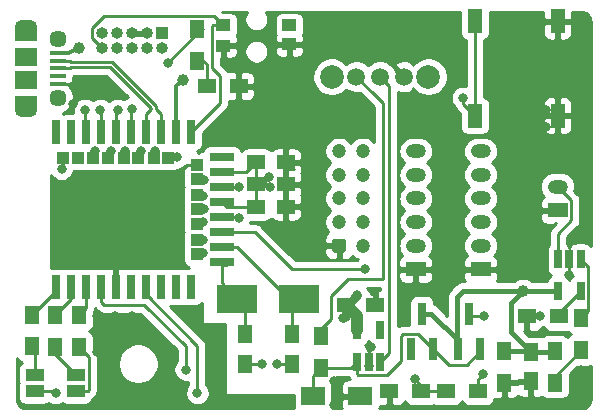
<source format=gbr>
G04 #@! TF.GenerationSoftware,KiCad,Pcbnew,5.1.6-c6e7f7d~86~ubuntu18.04.1*
G04 #@! TF.CreationDate,2020-06-02T09:04:51-04:00*
G04 #@! TF.ProjectId,E73 SCR v2,45373320-5343-4522-9076-322e6b696361,rev?*
G04 #@! TF.SameCoordinates,Original*
G04 #@! TF.FileFunction,Copper,L1,Top*
G04 #@! TF.FilePolarity,Positive*
%FSLAX46Y46*%
G04 Gerber Fmt 4.6, Leading zero omitted, Abs format (unit mm)*
G04 Created by KiCad (PCBNEW 5.1.6-c6e7f7d~86~ubuntu18.04.1) date 2020-06-02 09:04:51*
%MOMM*%
%LPD*%
G01*
G04 APERTURE LIST*
G04 #@! TA.AperFunction,SMDPad,CuDef*
%ADD10R,1.500000X1.250000*%
G04 #@! TD*
G04 #@! TA.AperFunction,SMDPad,CuDef*
%ADD11R,1.500000X1.300000*%
G04 #@! TD*
G04 #@! TA.AperFunction,SMDPad,CuDef*
%ADD12R,1.300000X1.500000*%
G04 #@! TD*
G04 #@! TA.AperFunction,SMDPad,CuDef*
%ADD13R,1.250000X1.500000*%
G04 #@! TD*
G04 #@! TA.AperFunction,SMDPad,CuDef*
%ADD14R,3.500000X2.400000*%
G04 #@! TD*
G04 #@! TA.AperFunction,SMDPad,CuDef*
%ADD15R,0.750000X2.000000*%
G04 #@! TD*
G04 #@! TA.AperFunction,SMDPad,CuDef*
%ADD16R,2.000000X0.750000*%
G04 #@! TD*
G04 #@! TA.AperFunction,SMDPad,CuDef*
%ADD17R,1.000000X1.000000*%
G04 #@! TD*
G04 #@! TA.AperFunction,ComponentPad*
%ADD18C,1.200000*%
G04 #@! TD*
G04 #@! TA.AperFunction,SMDPad,CuDef*
%ADD19R,1.200000X1.000000*%
G04 #@! TD*
G04 #@! TA.AperFunction,SMDPad,CuDef*
%ADD20R,1.250000X2.000000*%
G04 #@! TD*
G04 #@! TA.AperFunction,SMDPad,CuDef*
%ADD21R,0.650000X1.560000*%
G04 #@! TD*
G04 #@! TA.AperFunction,ComponentPad*
%ADD22C,2.000000*%
G04 #@! TD*
G04 #@! TA.AperFunction,ComponentPad*
%ADD23C,1.500000*%
G04 #@! TD*
G04 #@! TA.AperFunction,SMDPad,CuDef*
%ADD24R,0.800000X1.900000*%
G04 #@! TD*
G04 #@! TA.AperFunction,ComponentPad*
%ADD25R,1.700000X1.200000*%
G04 #@! TD*
G04 #@! TA.AperFunction,ComponentPad*
%ADD26O,1.700000X1.200000*%
G04 #@! TD*
G04 #@! TA.AperFunction,SMDPad,CuDef*
%ADD27R,1.900000X1.500000*%
G04 #@! TD*
G04 #@! TA.AperFunction,ComponentPad*
%ADD28C,1.450000*%
G04 #@! TD*
G04 #@! TA.AperFunction,SMDPad,CuDef*
%ADD29R,1.350000X0.400000*%
G04 #@! TD*
G04 #@! TA.AperFunction,ComponentPad*
%ADD30O,1.900000X1.200000*%
G04 #@! TD*
G04 #@! TA.AperFunction,SMDPad,CuDef*
%ADD31R,1.900000X1.200000*%
G04 #@! TD*
G04 #@! TA.AperFunction,ComponentPad*
%ADD32R,1.000000X1.000000*%
G04 #@! TD*
G04 #@! TA.AperFunction,ComponentPad*
%ADD33O,1.000000X1.000000*%
G04 #@! TD*
G04 #@! TA.AperFunction,SMDPad,CuDef*
%ADD34R,1.500000X1.000000*%
G04 #@! TD*
G04 #@! TA.AperFunction,SMDPad,CuDef*
%ADD35R,2.000000X1.600000*%
G04 #@! TD*
G04 #@! TA.AperFunction,ViaPad*
%ADD36C,0.800000*%
G04 #@! TD*
G04 #@! TA.AperFunction,ViaPad*
%ADD37C,1.000000*%
G04 #@! TD*
G04 #@! TA.AperFunction,Conductor*
%ADD38C,0.250000*%
G04 #@! TD*
G04 #@! TA.AperFunction,Conductor*
%ADD39C,1.000000*%
G04 #@! TD*
G04 #@! TA.AperFunction,Conductor*
%ADD40C,0.750000*%
G04 #@! TD*
G04 #@! TA.AperFunction,Conductor*
%ADD41C,0.400000*%
G04 #@! TD*
G04 #@! TA.AperFunction,Conductor*
%ADD42C,0.300000*%
G04 #@! TD*
G04 #@! TA.AperFunction,Conductor*
%ADD43C,0.228600*%
G04 #@! TD*
G04 #@! TA.AperFunction,Conductor*
%ADD44C,0.254000*%
G04 #@! TD*
G04 APERTURE END LIST*
D10*
X78550000Y-115500000D03*
X81050000Y-115500000D03*
D11*
X89750000Y-122800000D03*
X87050000Y-122800000D03*
X84950000Y-122800000D03*
X82250000Y-122800000D03*
D12*
X92000000Y-119400000D03*
X92000000Y-122100000D03*
X96250000Y-122100000D03*
X96250000Y-119400000D03*
D13*
X94250000Y-119500000D03*
X94250000Y-122000000D03*
D14*
X69400000Y-115000000D03*
X74600000Y-115000000D03*
D15*
X54003500Y-113992000D03*
X55303500Y-113992000D03*
X56553500Y-113992000D03*
X57853500Y-113992000D03*
X59103500Y-113992000D03*
X60353500Y-113992000D03*
X61653500Y-113992000D03*
X62903500Y-113992000D03*
X64203500Y-113992000D03*
X65453500Y-113992000D03*
D16*
X68103500Y-111892000D03*
X68103500Y-110592000D03*
X68103500Y-109342000D03*
X68103500Y-108092000D03*
X68103500Y-106792000D03*
X68103500Y-105542000D03*
X68103500Y-104292000D03*
X68103500Y-102992000D03*
D15*
X65453500Y-100892000D03*
X64203500Y-100892000D03*
X62903500Y-100892000D03*
X61653500Y-100892000D03*
X60353500Y-100892000D03*
X59103500Y-100892000D03*
X57853500Y-100892000D03*
X56553500Y-100892000D03*
X55303500Y-100892000D03*
X54003500Y-100892000D03*
D17*
X65953500Y-111242000D03*
X65953500Y-109992000D03*
X65953500Y-108692000D03*
X65953500Y-107442000D03*
X65953500Y-106192000D03*
X65953500Y-104892000D03*
X65953500Y-103642000D03*
X63553500Y-103042000D03*
X62303500Y-103042000D03*
X61003500Y-103042000D03*
X59753500Y-103042000D03*
X58453500Y-103042000D03*
X57203500Y-103042000D03*
X55903500Y-103042000D03*
X54603500Y-103042000D03*
D18*
X80000000Y-102500000D03*
X80000000Y-104500000D03*
X80000000Y-106500000D03*
X80000000Y-108500000D03*
X80000000Y-110500000D03*
X78000000Y-102500000D03*
X78000000Y-104500000D03*
X78000000Y-106500000D03*
X78000000Y-108500000D03*
G04 #@! TA.AperFunction,ComponentPad*
G36*
G01*
X78350001Y-111100000D02*
X77649999Y-111100000D01*
G75*
G02*
X77400000Y-110850001I0J249999D01*
G01*
X77400000Y-110149999D01*
G75*
G02*
X77649999Y-109900000I249999J0D01*
G01*
X78350001Y-109900000D01*
G75*
G02*
X78600000Y-110149999I0J-249999D01*
G01*
X78600000Y-110850001D01*
G75*
G02*
X78350001Y-111100000I-249999J0D01*
G01*
G37*
G04 #@! TD.AperFunction*
D19*
X68193000Y-93560000D03*
X68193000Y-91860000D03*
X73793000Y-91860000D03*
X73793000Y-93460000D03*
D20*
X96500000Y-91500000D03*
X89500000Y-91500000D03*
X96500000Y-99500000D03*
X89500000Y-99500000D03*
D13*
X74000000Y-120500000D03*
X74000000Y-118000000D03*
X70000000Y-120500000D03*
X70000000Y-118000000D03*
D10*
X71000000Y-103450000D03*
X73500000Y-103450000D03*
X71000000Y-107200000D03*
X73500000Y-107200000D03*
X71000000Y-105300000D03*
X73500000Y-105300000D03*
D21*
X79550000Y-120350000D03*
X80500000Y-120350000D03*
X81450000Y-120350000D03*
X81450000Y-117650000D03*
X79550000Y-117650000D03*
X98450000Y-111650000D03*
X97500000Y-111650000D03*
X96550000Y-111650000D03*
X96550000Y-114350000D03*
X98450000Y-114350000D03*
D22*
X85570500Y-96202500D03*
X77370500Y-96202500D03*
D23*
X79470500Y-96202500D03*
X81470500Y-96202500D03*
X83470500Y-96202500D03*
D11*
X96600000Y-116500000D03*
X93900000Y-116500000D03*
D12*
X76500000Y-120850000D03*
X76500000Y-118150000D03*
X98500000Y-119350000D03*
X98500000Y-116650000D03*
D11*
X69500000Y-97000000D03*
X66800000Y-97000000D03*
D12*
X51966500Y-119040500D03*
X51966500Y-116340500D03*
X53966500Y-119090500D03*
X53966500Y-116390500D03*
X55966500Y-119090500D03*
X55966500Y-116390500D03*
D24*
X88050000Y-119250000D03*
X89950000Y-119250000D03*
X89000000Y-116250000D03*
D25*
X96500000Y-107500000D03*
D26*
X96500000Y-105500000D03*
D25*
X84500000Y-112500000D03*
D26*
X84500000Y-110500000D03*
X84500000Y-108500000D03*
X84500000Y-106500000D03*
X84500000Y-104500000D03*
X84500000Y-102500000D03*
D25*
X90000000Y-112500000D03*
D26*
X90000000Y-110500000D03*
X90000000Y-108500000D03*
X90000000Y-106500000D03*
X90000000Y-104500000D03*
X90000000Y-102500000D03*
D27*
X51466000Y-96500000D03*
D28*
X54166000Y-93000000D03*
D29*
X54166000Y-94850000D03*
X54166000Y-94200000D03*
X54166000Y-96800000D03*
X54166000Y-96150000D03*
X54166000Y-95500000D03*
D28*
X54166000Y-98000000D03*
D27*
X51466000Y-94500000D03*
D30*
X51466000Y-92000000D03*
X51466000Y-99000000D03*
D31*
X51466000Y-98400000D03*
X51466000Y-92600000D03*
D32*
X63000000Y-92500000D03*
D33*
X63000000Y-93770000D03*
X61730000Y-92500000D03*
X61730000Y-93770000D03*
X60460000Y-92500000D03*
X60460000Y-93770000D03*
X59190000Y-92500000D03*
X59190000Y-93770000D03*
X57920000Y-92500000D03*
X57920000Y-93770000D03*
D24*
X84050000Y-119250000D03*
X85950000Y-119250000D03*
X85000000Y-116250000D03*
D12*
X66000000Y-94850000D03*
X66000000Y-92150000D03*
D34*
X55716500Y-122840500D03*
X55716500Y-121440500D03*
X52216500Y-122840500D03*
X52216500Y-121440500D03*
D35*
X75800000Y-123250000D03*
X79800000Y-123250000D03*
D36*
X72750000Y-120500000D03*
X71500000Y-120500000D03*
X55500000Y-97000000D03*
X97500000Y-113000000D03*
X95000000Y-116500000D03*
X80500000Y-120729991D03*
X80725010Y-119122774D03*
X69500000Y-105500000D03*
X77600000Y-124000000D03*
X77600000Y-122000000D03*
X64400000Y-104400000D03*
X94000000Y-124000000D03*
X92500000Y-124000000D03*
X95500000Y-124000000D03*
X97000000Y-124000000D03*
X98500000Y-124000000D03*
X98500000Y-122500000D03*
X98500000Y-121000000D03*
X98500000Y-102000000D03*
X98500000Y-100500000D03*
X98500000Y-99000000D03*
X98500000Y-94500000D03*
X98500000Y-97500000D03*
X98500000Y-96000000D03*
X98500000Y-93000000D03*
X98500000Y-91500000D03*
X97000000Y-97500000D03*
X97000000Y-96000000D03*
X97000000Y-94500000D03*
X95500000Y-94500000D03*
X95500000Y-97500000D03*
X95500000Y-96000000D03*
X92500000Y-94500000D03*
X92500000Y-97500000D03*
X92500000Y-96000000D03*
X91000000Y-96000000D03*
X91000000Y-97500000D03*
X91000000Y-94500000D03*
X95500000Y-99000000D03*
X95500000Y-102000000D03*
X95500000Y-100500000D03*
X74000000Y-96000000D03*
X75500000Y-96000000D03*
X72500000Y-96000000D03*
X55500000Y-105000000D03*
X57000000Y-105000000D03*
X58500000Y-105000000D03*
X55500000Y-106500000D03*
X57000000Y-106500000D03*
X58500000Y-106500000D03*
X57000000Y-108000000D03*
X55500000Y-108000000D03*
X58500000Y-108000000D03*
X57000000Y-109500000D03*
X55500000Y-109500000D03*
X58500000Y-109500000D03*
X58500000Y-111000000D03*
X55500000Y-111000000D03*
X57000000Y-111000000D03*
X60000000Y-111000000D03*
X63000000Y-111000000D03*
X61500000Y-111000000D03*
X63000000Y-109500000D03*
X61500000Y-109500000D03*
X60000000Y-109500000D03*
X60000000Y-108000000D03*
X63000000Y-108000000D03*
X61500000Y-108000000D03*
X63000000Y-106500000D03*
X61500000Y-106500000D03*
X60000000Y-106500000D03*
X61500000Y-105000000D03*
X63000000Y-105000000D03*
X60000000Y-105000000D03*
X59000000Y-121000000D03*
X59000000Y-122500000D03*
X59000000Y-124000000D03*
X65000000Y-124000000D03*
X60500000Y-124000000D03*
X62000000Y-124000000D03*
X63500000Y-124000000D03*
X63500000Y-122500000D03*
X63500000Y-121000000D03*
X57500000Y-124000000D03*
X57500000Y-119500000D03*
X57500000Y-118000000D03*
X57500000Y-116500000D03*
X60500000Y-118000000D03*
X60500000Y-116500000D03*
X62000000Y-118000000D03*
X57000000Y-97000000D03*
X55500000Y-98500000D03*
X59000000Y-116500000D03*
X59000000Y-118000000D03*
X59000000Y-119500000D03*
X63500000Y-119500000D03*
X67500000Y-120500000D03*
X68000000Y-124000000D03*
X71000000Y-124000000D03*
X69500000Y-124000000D03*
X72500000Y-124000000D03*
X80950000Y-114400000D03*
X54000000Y-123000000D03*
X72100000Y-104700000D03*
X72149998Y-105550000D03*
X79550000Y-114700000D03*
X78350000Y-116650000D03*
X79550000Y-116500000D03*
D37*
X93569998Y-114350000D03*
X56000000Y-93800000D03*
X64750000Y-96500000D03*
D36*
X90250000Y-116500000D03*
X90200000Y-121400000D03*
X56500000Y-99000000D03*
X57799989Y-99000000D03*
X84400000Y-121800000D03*
X66000000Y-123000000D03*
X54500000Y-104000000D03*
X63500000Y-95000000D03*
X65000000Y-121000000D03*
X80174990Y-112500000D03*
X66507898Y-108539530D03*
X69500000Y-108143534D03*
X66558763Y-107418524D03*
X66515472Y-106297725D03*
X66556186Y-104912866D03*
X64250000Y-103000000D03*
X59905574Y-102492124D03*
X58655574Y-102492124D03*
X57353819Y-102478905D03*
X59250000Y-99000000D03*
X88500000Y-98000000D03*
X60448695Y-98933769D03*
X66500000Y-110000000D03*
X61205764Y-102487577D03*
X66508192Y-111089504D03*
X62455764Y-102487577D03*
D38*
X74000000Y-120500000D02*
X72750000Y-120500000D01*
X70000000Y-120500000D02*
X71500000Y-120500000D01*
X54166000Y-96800000D02*
X55300000Y-96800000D01*
X55300000Y-96800000D02*
X55500000Y-97000000D01*
X97500000Y-111650000D02*
X97500000Y-113000000D01*
X93900000Y-116500000D02*
X95000000Y-116500000D01*
X80500000Y-120350000D02*
X80500000Y-120729991D01*
X80500000Y-120350000D02*
X80500000Y-119347784D01*
X80500000Y-119347784D02*
X80725010Y-119122774D01*
X69076762Y-105542000D02*
X68103500Y-105542000D01*
X69500000Y-105500000D02*
X69076762Y-105542000D01*
X73500000Y-104000000D02*
X74185135Y-104000000D01*
X65953500Y-103642000D02*
X65158000Y-103642000D01*
X65158000Y-103642000D02*
X64400000Y-104400000D01*
X81050000Y-115500000D02*
X81050000Y-114500000D01*
X81050000Y-114500000D02*
X80950000Y-114400000D01*
X52216500Y-122840500D02*
X53840500Y-122840500D01*
X53840500Y-122840500D02*
X54000000Y-123000000D01*
X71000000Y-105300000D02*
X71500000Y-105300000D01*
X71500000Y-105300000D02*
X72100000Y-104700000D01*
X71000000Y-105300000D02*
X71899998Y-105300000D01*
X71899998Y-105300000D02*
X72149998Y-105550000D01*
X71000000Y-107200000D02*
X71000000Y-105300000D01*
X71000000Y-105300000D02*
X71000000Y-103450000D01*
X68511500Y-107200000D02*
X68103500Y-106792000D01*
X71000000Y-107200000D02*
X68511500Y-107200000D01*
X70158000Y-104292000D02*
X68103500Y-104292000D01*
X71000000Y-103450000D02*
X70158000Y-104292000D01*
D39*
X79550000Y-116500000D02*
X78550000Y-115500000D01*
X79550000Y-117650000D02*
X79550000Y-116500000D01*
D40*
X78550000Y-115500000D02*
X78750000Y-115500000D01*
X78750000Y-115500000D02*
X79550000Y-114700000D01*
X78550000Y-115500000D02*
X78550000Y-116450000D01*
X78550000Y-116450000D02*
X78350000Y-116650000D01*
D41*
X94150000Y-119400000D02*
X94250000Y-119500000D01*
X92000000Y-119400000D02*
X94150000Y-119400000D01*
X96150000Y-119500000D02*
X96250000Y-119400000D01*
X94250000Y-119500000D02*
X96150000Y-119500000D01*
X92549999Y-115369999D02*
X93569998Y-114350000D01*
X92549999Y-117799999D02*
X92549999Y-115369999D01*
X94250000Y-119500000D02*
X92549999Y-117799999D01*
X88050000Y-118500000D02*
X88050000Y-119250000D01*
X85800000Y-116250000D02*
X88050000Y-118500000D01*
X85000000Y-116250000D02*
X85800000Y-116250000D01*
X88469998Y-114350000D02*
X93569998Y-114350000D01*
X87999999Y-114819999D02*
X88469998Y-114350000D01*
X87999999Y-119199999D02*
X87999999Y-114819999D01*
X88050000Y-119250000D02*
X87999999Y-119199999D01*
X94600000Y-114350000D02*
X96550000Y-114350000D01*
X94600000Y-114350000D02*
X93569998Y-114350000D01*
D42*
X55050000Y-94200000D02*
X54166000Y-94200000D01*
X56000000Y-93800000D02*
X55050000Y-94200000D01*
X64203500Y-97000000D02*
X64203500Y-100892000D01*
X64750000Y-96500000D02*
X64203500Y-97000000D01*
D38*
X70150000Y-115000000D02*
X70150000Y-113938500D01*
X70000000Y-115150000D02*
X70150000Y-115000000D01*
X70000000Y-118000000D02*
X70000000Y-115150000D01*
D40*
X68103500Y-111892000D02*
X68392000Y-111892000D01*
D38*
X68103500Y-113703500D02*
X69400000Y-115000000D01*
X68103500Y-111892000D02*
X68103500Y-113703500D01*
X74000000Y-115150000D02*
X73850000Y-115000000D01*
X74000000Y-118000000D02*
X74000000Y-115150000D01*
X73761500Y-115000000D02*
X74600000Y-115000000D01*
X69353500Y-110592000D02*
X73761500Y-115000000D01*
X68103500Y-110592000D02*
X69353500Y-110592000D01*
X66800000Y-95150000D02*
X66500000Y-94850000D01*
X66800000Y-97000000D02*
X66800000Y-95150000D01*
D43*
X55313001Y-95365500D02*
X58596092Y-95365500D01*
X54166000Y-95500000D02*
X55178501Y-95500000D01*
X55178501Y-95500000D02*
X55313001Y-95365500D01*
X62088000Y-98857408D02*
X62088000Y-98957499D01*
X61653500Y-99391999D02*
X61653500Y-100892000D01*
X58596092Y-95365500D02*
X62088000Y-98857408D01*
X62088000Y-98957499D02*
X61653500Y-99391999D01*
X55313001Y-94984500D02*
X58753908Y-94984500D01*
X55178501Y-94850000D02*
X55313001Y-94984500D01*
X54166000Y-94850000D02*
X55178501Y-94850000D01*
X62903500Y-99391999D02*
X62903500Y-100892000D01*
X62469000Y-98957499D02*
X62903500Y-99391999D01*
X62469000Y-98699592D02*
X62469000Y-98957499D01*
X58753908Y-94984500D02*
X62469000Y-98699592D01*
D38*
X97675001Y-108360001D02*
X97675001Y-106675001D01*
X96550000Y-109485002D02*
X97675001Y-108360001D01*
X97675001Y-106675001D02*
X96500000Y-105500000D01*
X96550000Y-111650000D02*
X96550000Y-109485002D01*
X89250000Y-116500000D02*
X89000000Y-116250000D01*
X90250000Y-116500000D02*
X89250000Y-116500000D01*
X89750000Y-121850000D02*
X90200000Y-121400000D01*
X89750000Y-122800000D02*
X89750000Y-121850000D01*
X67407999Y-91074999D02*
X68193000Y-91860000D01*
X58123999Y-91074999D02*
X67407999Y-91074999D01*
X57094999Y-92944999D02*
X57094999Y-92103999D01*
X57094999Y-92103999D02*
X58123999Y-91074999D01*
X57920000Y-93770000D02*
X57094999Y-92944999D01*
X67922750Y-96137748D02*
X67922750Y-98422750D01*
X67267999Y-95482997D02*
X67922750Y-96137748D01*
X67267999Y-91935001D02*
X67267999Y-95482997D01*
X67343000Y-91860000D02*
X67267999Y-91935001D01*
X68193000Y-91860000D02*
X67343000Y-91860000D01*
X65453500Y-100892000D02*
X67922750Y-98422750D01*
X56500000Y-100838500D02*
X56553500Y-100892000D01*
X56500000Y-99000000D02*
X56500000Y-100838500D01*
X57853500Y-100892000D02*
X57853500Y-99053511D01*
X57853500Y-99053511D02*
X57799989Y-99000000D01*
X84950000Y-122800000D02*
X87050000Y-122800000D01*
X84950000Y-122350000D02*
X84400000Y-121800000D01*
X84950000Y-122800000D02*
X84950000Y-122350000D01*
X61653500Y-114617000D02*
X61653500Y-113992000D01*
X66000000Y-123000000D02*
X66000000Y-119000000D01*
X66000000Y-119000000D02*
X61653500Y-114617000D01*
X96600000Y-116200000D02*
X98450000Y-114350000D01*
X96600000Y-116500000D02*
X96600000Y-116200000D01*
X56716500Y-122840500D02*
X56791501Y-122765499D01*
X56791501Y-119915501D02*
X55966500Y-119090500D01*
X56791501Y-122765499D02*
X56791501Y-119915501D01*
X55716500Y-122840500D02*
X56716500Y-122840500D01*
X81450000Y-120350000D02*
X81450000Y-120950000D01*
X82220499Y-119579501D02*
X81450000Y-120350000D01*
X82220499Y-96952499D02*
X82220499Y-119579501D01*
X81470500Y-96202500D02*
X82220499Y-96952499D01*
X79050000Y-120850000D02*
X79550000Y-120350000D01*
X76500000Y-120850000D02*
X79050000Y-120850000D01*
X79625001Y-121455001D02*
X82035001Y-121455001D01*
X79550000Y-121380000D02*
X79625001Y-121455001D01*
X82035001Y-121455001D02*
X83250000Y-120240002D01*
X79550000Y-120350000D02*
X79550000Y-121380000D01*
X84674999Y-117974999D02*
X85950000Y-119250000D01*
X83389999Y-117974999D02*
X84674999Y-117974999D01*
X83250000Y-118114998D02*
X83389999Y-117974999D01*
X83250000Y-120240002D02*
X83250000Y-118114998D01*
X85950000Y-119250000D02*
X86000000Y-119250000D01*
X89950000Y-119465002D02*
X89950000Y-119250000D01*
X88790001Y-120625001D02*
X89950000Y-119465002D01*
X87325001Y-120625001D02*
X88790001Y-120625001D01*
X85950000Y-119250000D02*
X87325001Y-120625001D01*
X75800000Y-121550000D02*
X76500000Y-120850000D01*
X75800000Y-123250000D02*
X75800000Y-121550000D01*
X53966500Y-119690500D02*
X55716500Y-121440500D01*
X53966500Y-119090500D02*
X53966500Y-119690500D01*
X52216500Y-119290500D02*
X51966500Y-119040500D01*
X52216500Y-121440500D02*
X52216500Y-119290500D01*
X54603500Y-103042000D02*
X54603500Y-103896500D01*
X54603500Y-103896500D02*
X54500000Y-104000000D01*
X66350000Y-92150000D02*
X66500000Y-92150000D01*
X66000000Y-92500000D02*
X66000000Y-92150000D01*
X63500000Y-95000000D02*
X66000000Y-92500000D01*
X96250000Y-121600000D02*
X98500000Y-119350000D01*
X96250000Y-122100000D02*
X96250000Y-121600000D01*
X57853500Y-113992000D02*
X57853500Y-115103500D01*
X58111500Y-115500000D02*
X57853500Y-115242000D01*
X57853500Y-115242000D02*
X57853500Y-113992000D01*
X61500000Y-115500000D02*
X58111500Y-115500000D01*
X65000000Y-121000000D02*
X65000000Y-119000000D01*
X65000000Y-119000000D02*
X61500000Y-115500000D01*
X74000000Y-112500000D02*
X80174990Y-112500000D01*
X68103500Y-109342000D02*
X70842000Y-109342000D01*
X70842000Y-109342000D02*
X74000000Y-112500000D01*
X66105970Y-108539530D02*
X65953500Y-108692000D01*
X66507898Y-108539530D02*
X66105970Y-108539530D01*
X68103500Y-108092000D02*
X69448466Y-108092000D01*
X69448466Y-108092000D02*
X69500000Y-108143534D01*
X65976976Y-107418524D02*
X65953500Y-107442000D01*
X66558763Y-107418524D02*
X65976976Y-107418524D01*
X66059225Y-106297725D02*
X65953500Y-106192000D01*
X66515472Y-106297725D02*
X66059225Y-106297725D01*
X65974366Y-104912866D02*
X65953500Y-104892000D01*
X66556186Y-104912866D02*
X65974366Y-104912866D01*
X63595500Y-103000000D02*
X63553500Y-103042000D01*
X64250000Y-103000000D02*
X63595500Y-103000000D01*
X59905574Y-102889926D02*
X59753500Y-103042000D01*
X59905574Y-102492124D02*
X59905574Y-102889926D01*
X58655574Y-102839926D02*
X58453500Y-103042000D01*
X58655574Y-102492124D02*
X58655574Y-102839926D01*
X57203500Y-103042000D02*
X57203500Y-102629224D01*
X57203500Y-102629224D02*
X57353819Y-102478905D01*
X89500000Y-91500000D02*
X89500000Y-99500000D01*
X59103500Y-99146500D02*
X59250000Y-99000000D01*
X59103500Y-100892000D02*
X59103500Y-99146500D01*
X88500000Y-98500000D02*
X89500000Y-99500000D01*
X88500000Y-98000000D02*
X88500000Y-98500000D01*
X56553500Y-115803500D02*
X56553500Y-113992000D01*
X55966500Y-116390500D02*
X56553500Y-115803500D01*
X55303500Y-115053500D02*
X55303500Y-113992000D01*
X53966500Y-116390500D02*
X55303500Y-115053500D01*
X54003500Y-114303500D02*
X51966500Y-116340500D01*
X54003500Y-113992000D02*
X54003500Y-114303500D01*
X99100001Y-112300001D02*
X98450000Y-111650000D01*
X99100001Y-116049999D02*
X99100001Y-112300001D01*
X98500000Y-116650000D02*
X99100001Y-116049999D01*
X80925001Y-97657001D02*
X79470500Y-96202500D01*
X77350000Y-116750000D02*
X77350000Y-114739998D01*
X76500000Y-117600000D02*
X77350000Y-116750000D01*
X76500000Y-118150000D02*
X76500000Y-117600000D01*
X77350000Y-114739998D02*
X78789998Y-113300000D01*
X78789998Y-113300000D02*
X81700000Y-113300000D01*
X81700000Y-98432000D02*
X80925001Y-97657001D01*
X81700000Y-113300000D02*
X81700000Y-98432000D01*
X60353500Y-100892000D02*
X60353500Y-99028964D01*
X60353500Y-99028964D02*
X60448695Y-98933769D01*
X65961500Y-110000000D02*
X65953500Y-109992000D01*
X66500000Y-110000000D02*
X65961500Y-110000000D01*
X61205764Y-102839736D02*
X61003500Y-103042000D01*
X61205764Y-102487577D02*
X61205764Y-102839736D01*
X66105996Y-111089504D02*
X65953500Y-111242000D01*
X66508192Y-111089504D02*
X66105996Y-111089504D01*
X62303500Y-103042000D02*
X62303500Y-102639841D01*
X62303500Y-102639841D02*
X62455764Y-102487577D01*
D44*
G36*
X66373000Y-117000000D02*
G01*
X66375440Y-117024776D01*
X66382667Y-117048601D01*
X66394403Y-117070557D01*
X66410197Y-117089803D01*
X66429443Y-117105597D01*
X66451399Y-117117333D01*
X66475224Y-117124560D01*
X66500000Y-117127000D01*
X68373000Y-117127000D01*
X68373000Y-123000000D01*
X68375440Y-123024776D01*
X68382667Y-123048601D01*
X68394403Y-123070557D01*
X68410197Y-123089803D01*
X68429443Y-123105597D01*
X68451399Y-123117333D01*
X68475224Y-123124560D01*
X68500000Y-123127000D01*
X74161928Y-123127000D01*
X74161928Y-124050000D01*
X74174188Y-124174482D01*
X74209230Y-124290000D01*
X51534729Y-124290000D01*
X51347216Y-124271614D01*
X51200252Y-124227243D01*
X51064703Y-124155171D01*
X50945742Y-124058148D01*
X50847882Y-123939856D01*
X50774868Y-123804819D01*
X50729471Y-123658167D01*
X50710000Y-123472908D01*
X50710000Y-119978645D01*
X50726998Y-120034680D01*
X50785963Y-120144994D01*
X50865315Y-120241685D01*
X50962006Y-120321037D01*
X51072320Y-120380002D01*
X51133396Y-120398529D01*
X51112006Y-120409963D01*
X51015315Y-120489315D01*
X50935963Y-120586006D01*
X50876998Y-120696320D01*
X50840688Y-120816018D01*
X50828428Y-120940500D01*
X50828428Y-121940500D01*
X50840688Y-122064982D01*
X50863596Y-122140500D01*
X50840688Y-122216018D01*
X50828428Y-122340500D01*
X50828428Y-123340500D01*
X50840688Y-123464982D01*
X50876998Y-123584680D01*
X50935963Y-123694994D01*
X51015315Y-123791685D01*
X51112006Y-123871037D01*
X51222320Y-123930002D01*
X51342018Y-123966312D01*
X51466500Y-123978572D01*
X52966500Y-123978572D01*
X53090982Y-123966312D01*
X53210680Y-123930002D01*
X53320994Y-123871037D01*
X53374693Y-123826967D01*
X53509744Y-123917205D01*
X53698102Y-123995226D01*
X53898061Y-124035000D01*
X54101939Y-124035000D01*
X54301898Y-123995226D01*
X54490256Y-123917205D01*
X54588375Y-123851644D01*
X54612006Y-123871037D01*
X54722320Y-123930002D01*
X54842018Y-123966312D01*
X54966500Y-123978572D01*
X56466500Y-123978572D01*
X56590982Y-123966312D01*
X56710680Y-123930002D01*
X56820994Y-123871037D01*
X56917685Y-123791685D01*
X56997037Y-123694994D01*
X57056002Y-123584680D01*
X57079134Y-123508423D01*
X57140776Y-123475474D01*
X57256501Y-123380501D01*
X57280302Y-123351500D01*
X57302503Y-123329299D01*
X57331502Y-123305500D01*
X57426475Y-123189775D01*
X57497047Y-123057746D01*
X57540504Y-122914485D01*
X57551501Y-122802832D01*
X57551501Y-122802822D01*
X57555177Y-122765500D01*
X57551501Y-122728177D01*
X57551501Y-120329117D01*
X59265000Y-120329117D01*
X59265000Y-120670883D01*
X59331675Y-121006081D01*
X59462463Y-121321831D01*
X59652337Y-121605998D01*
X59894002Y-121847663D01*
X60178169Y-122037537D01*
X60493919Y-122168325D01*
X60829117Y-122235000D01*
X61170883Y-122235000D01*
X61506081Y-122168325D01*
X61821831Y-122037537D01*
X62105998Y-121847663D01*
X62347663Y-121605998D01*
X62537537Y-121321831D01*
X62668325Y-121006081D01*
X62735000Y-120670883D01*
X62735000Y-120329117D01*
X62668325Y-119993919D01*
X62537537Y-119678169D01*
X62347663Y-119394002D01*
X62105998Y-119152337D01*
X61821831Y-118962463D01*
X61506081Y-118831675D01*
X61170883Y-118765000D01*
X60829117Y-118765000D01*
X60493919Y-118831675D01*
X60178169Y-118962463D01*
X59894002Y-119152337D01*
X59652337Y-119394002D01*
X59462463Y-119678169D01*
X59331675Y-119993919D01*
X59265000Y-120329117D01*
X57551501Y-120329117D01*
X57551501Y-119952834D01*
X57555178Y-119915501D01*
X57540504Y-119766515D01*
X57497047Y-119623254D01*
X57426475Y-119491225D01*
X57355300Y-119404498D01*
X57331502Y-119375500D01*
X57302503Y-119351702D01*
X57254572Y-119303770D01*
X57254572Y-118340500D01*
X57242312Y-118216018D01*
X57206002Y-118096320D01*
X57147037Y-117986006D01*
X57067685Y-117889315D01*
X56970994Y-117809963D01*
X56860680Y-117750998D01*
X56826073Y-117740500D01*
X56860680Y-117730002D01*
X56970994Y-117671037D01*
X57067685Y-117591685D01*
X57147037Y-117494994D01*
X57206002Y-117384680D01*
X57242312Y-117264982D01*
X57254572Y-117140500D01*
X57254572Y-116104117D01*
X57259046Y-116095747D01*
X57302503Y-115952486D01*
X57313500Y-115840833D01*
X57313500Y-115840824D01*
X57317176Y-115803501D01*
X57315196Y-115783393D01*
X57342503Y-115805804D01*
X57547696Y-116010997D01*
X57571499Y-116040001D01*
X57687224Y-116134974D01*
X57819253Y-116205546D01*
X57962514Y-116249003D01*
X58074167Y-116260000D01*
X58074176Y-116260000D01*
X58111499Y-116263676D01*
X58148822Y-116260000D01*
X61185199Y-116260000D01*
X64240001Y-119314804D01*
X64240000Y-120296289D01*
X64196063Y-120340226D01*
X64082795Y-120509744D01*
X64004774Y-120698102D01*
X63965000Y-120898061D01*
X63965000Y-121101939D01*
X64004774Y-121301898D01*
X64082795Y-121490256D01*
X64196063Y-121659774D01*
X64340226Y-121803937D01*
X64509744Y-121917205D01*
X64698102Y-121995226D01*
X64898061Y-122035000D01*
X65101939Y-122035000D01*
X65240000Y-122007538D01*
X65240000Y-122296289D01*
X65196063Y-122340226D01*
X65082795Y-122509744D01*
X65004774Y-122698102D01*
X64965000Y-122898061D01*
X64965000Y-123101939D01*
X65004774Y-123301898D01*
X65082795Y-123490256D01*
X65196063Y-123659774D01*
X65340226Y-123803937D01*
X65509744Y-123917205D01*
X65698102Y-123995226D01*
X65898061Y-124035000D01*
X66101939Y-124035000D01*
X66301898Y-123995226D01*
X66490256Y-123917205D01*
X66659774Y-123803937D01*
X66803937Y-123659774D01*
X66917205Y-123490256D01*
X66995226Y-123301898D01*
X67035000Y-123101939D01*
X67035000Y-122898061D01*
X66995226Y-122698102D01*
X66917205Y-122509744D01*
X66803937Y-122340226D01*
X66760000Y-122296289D01*
X66760000Y-119038922D01*
X66763670Y-119003193D01*
X66760000Y-118964263D01*
X66760000Y-118962667D01*
X66756470Y-118926824D01*
X66749619Y-118854147D01*
X66749160Y-118852612D01*
X66749003Y-118851014D01*
X66727728Y-118780878D01*
X66706762Y-118710706D01*
X66706012Y-118709288D01*
X66705546Y-118707753D01*
X66671003Y-118643128D01*
X66636742Y-118578382D01*
X66635730Y-118577138D01*
X66634974Y-118575724D01*
X66588511Y-118519109D01*
X66565931Y-118491359D01*
X66564809Y-118490227D01*
X66540001Y-118459999D01*
X66512235Y-118437212D01*
X63717644Y-115619154D01*
X63828500Y-115630072D01*
X64578500Y-115630072D01*
X64702982Y-115617812D01*
X64822680Y-115581502D01*
X64828500Y-115578391D01*
X64834320Y-115581502D01*
X64954018Y-115617812D01*
X65078500Y-115630072D01*
X65828500Y-115630072D01*
X65952982Y-115617812D01*
X66072680Y-115581502D01*
X66182994Y-115522537D01*
X66279685Y-115443185D01*
X66359037Y-115346494D01*
X66373000Y-115320371D01*
X66373000Y-117000000D01*
G37*
X66373000Y-117000000D02*
X66375440Y-117024776D01*
X66382667Y-117048601D01*
X66394403Y-117070557D01*
X66410197Y-117089803D01*
X66429443Y-117105597D01*
X66451399Y-117117333D01*
X66475224Y-117124560D01*
X66500000Y-117127000D01*
X68373000Y-117127000D01*
X68373000Y-123000000D01*
X68375440Y-123024776D01*
X68382667Y-123048601D01*
X68394403Y-123070557D01*
X68410197Y-123089803D01*
X68429443Y-123105597D01*
X68451399Y-123117333D01*
X68475224Y-123124560D01*
X68500000Y-123127000D01*
X74161928Y-123127000D01*
X74161928Y-124050000D01*
X74174188Y-124174482D01*
X74209230Y-124290000D01*
X51534729Y-124290000D01*
X51347216Y-124271614D01*
X51200252Y-124227243D01*
X51064703Y-124155171D01*
X50945742Y-124058148D01*
X50847882Y-123939856D01*
X50774868Y-123804819D01*
X50729471Y-123658167D01*
X50710000Y-123472908D01*
X50710000Y-119978645D01*
X50726998Y-120034680D01*
X50785963Y-120144994D01*
X50865315Y-120241685D01*
X50962006Y-120321037D01*
X51072320Y-120380002D01*
X51133396Y-120398529D01*
X51112006Y-120409963D01*
X51015315Y-120489315D01*
X50935963Y-120586006D01*
X50876998Y-120696320D01*
X50840688Y-120816018D01*
X50828428Y-120940500D01*
X50828428Y-121940500D01*
X50840688Y-122064982D01*
X50863596Y-122140500D01*
X50840688Y-122216018D01*
X50828428Y-122340500D01*
X50828428Y-123340500D01*
X50840688Y-123464982D01*
X50876998Y-123584680D01*
X50935963Y-123694994D01*
X51015315Y-123791685D01*
X51112006Y-123871037D01*
X51222320Y-123930002D01*
X51342018Y-123966312D01*
X51466500Y-123978572D01*
X52966500Y-123978572D01*
X53090982Y-123966312D01*
X53210680Y-123930002D01*
X53320994Y-123871037D01*
X53374693Y-123826967D01*
X53509744Y-123917205D01*
X53698102Y-123995226D01*
X53898061Y-124035000D01*
X54101939Y-124035000D01*
X54301898Y-123995226D01*
X54490256Y-123917205D01*
X54588375Y-123851644D01*
X54612006Y-123871037D01*
X54722320Y-123930002D01*
X54842018Y-123966312D01*
X54966500Y-123978572D01*
X56466500Y-123978572D01*
X56590982Y-123966312D01*
X56710680Y-123930002D01*
X56820994Y-123871037D01*
X56917685Y-123791685D01*
X56997037Y-123694994D01*
X57056002Y-123584680D01*
X57079134Y-123508423D01*
X57140776Y-123475474D01*
X57256501Y-123380501D01*
X57280302Y-123351500D01*
X57302503Y-123329299D01*
X57331502Y-123305500D01*
X57426475Y-123189775D01*
X57497047Y-123057746D01*
X57540504Y-122914485D01*
X57551501Y-122802832D01*
X57551501Y-122802822D01*
X57555177Y-122765500D01*
X57551501Y-122728177D01*
X57551501Y-120329117D01*
X59265000Y-120329117D01*
X59265000Y-120670883D01*
X59331675Y-121006081D01*
X59462463Y-121321831D01*
X59652337Y-121605998D01*
X59894002Y-121847663D01*
X60178169Y-122037537D01*
X60493919Y-122168325D01*
X60829117Y-122235000D01*
X61170883Y-122235000D01*
X61506081Y-122168325D01*
X61821831Y-122037537D01*
X62105998Y-121847663D01*
X62347663Y-121605998D01*
X62537537Y-121321831D01*
X62668325Y-121006081D01*
X62735000Y-120670883D01*
X62735000Y-120329117D01*
X62668325Y-119993919D01*
X62537537Y-119678169D01*
X62347663Y-119394002D01*
X62105998Y-119152337D01*
X61821831Y-118962463D01*
X61506081Y-118831675D01*
X61170883Y-118765000D01*
X60829117Y-118765000D01*
X60493919Y-118831675D01*
X60178169Y-118962463D01*
X59894002Y-119152337D01*
X59652337Y-119394002D01*
X59462463Y-119678169D01*
X59331675Y-119993919D01*
X59265000Y-120329117D01*
X57551501Y-120329117D01*
X57551501Y-119952834D01*
X57555178Y-119915501D01*
X57540504Y-119766515D01*
X57497047Y-119623254D01*
X57426475Y-119491225D01*
X57355300Y-119404498D01*
X57331502Y-119375500D01*
X57302503Y-119351702D01*
X57254572Y-119303770D01*
X57254572Y-118340500D01*
X57242312Y-118216018D01*
X57206002Y-118096320D01*
X57147037Y-117986006D01*
X57067685Y-117889315D01*
X56970994Y-117809963D01*
X56860680Y-117750998D01*
X56826073Y-117740500D01*
X56860680Y-117730002D01*
X56970994Y-117671037D01*
X57067685Y-117591685D01*
X57147037Y-117494994D01*
X57206002Y-117384680D01*
X57242312Y-117264982D01*
X57254572Y-117140500D01*
X57254572Y-116104117D01*
X57259046Y-116095747D01*
X57302503Y-115952486D01*
X57313500Y-115840833D01*
X57313500Y-115840824D01*
X57317176Y-115803501D01*
X57315196Y-115783393D01*
X57342503Y-115805804D01*
X57547696Y-116010997D01*
X57571499Y-116040001D01*
X57687224Y-116134974D01*
X57819253Y-116205546D01*
X57962514Y-116249003D01*
X58074167Y-116260000D01*
X58074176Y-116260000D01*
X58111499Y-116263676D01*
X58148822Y-116260000D01*
X61185199Y-116260000D01*
X64240001Y-119314804D01*
X64240000Y-120296289D01*
X64196063Y-120340226D01*
X64082795Y-120509744D01*
X64004774Y-120698102D01*
X63965000Y-120898061D01*
X63965000Y-121101939D01*
X64004774Y-121301898D01*
X64082795Y-121490256D01*
X64196063Y-121659774D01*
X64340226Y-121803937D01*
X64509744Y-121917205D01*
X64698102Y-121995226D01*
X64898061Y-122035000D01*
X65101939Y-122035000D01*
X65240000Y-122007538D01*
X65240000Y-122296289D01*
X65196063Y-122340226D01*
X65082795Y-122509744D01*
X65004774Y-122698102D01*
X64965000Y-122898061D01*
X64965000Y-123101939D01*
X65004774Y-123301898D01*
X65082795Y-123490256D01*
X65196063Y-123659774D01*
X65340226Y-123803937D01*
X65509744Y-123917205D01*
X65698102Y-123995226D01*
X65898061Y-124035000D01*
X66101939Y-124035000D01*
X66301898Y-123995226D01*
X66490256Y-123917205D01*
X66659774Y-123803937D01*
X66803937Y-123659774D01*
X66917205Y-123490256D01*
X66995226Y-123301898D01*
X67035000Y-123101939D01*
X67035000Y-122898061D01*
X66995226Y-122698102D01*
X66917205Y-122509744D01*
X66803937Y-122340226D01*
X66760000Y-122296289D01*
X66760000Y-119038922D01*
X66763670Y-119003193D01*
X66760000Y-118964263D01*
X66760000Y-118962667D01*
X66756470Y-118926824D01*
X66749619Y-118854147D01*
X66749160Y-118852612D01*
X66749003Y-118851014D01*
X66727728Y-118780878D01*
X66706762Y-118710706D01*
X66706012Y-118709288D01*
X66705546Y-118707753D01*
X66671003Y-118643128D01*
X66636742Y-118578382D01*
X66635730Y-118577138D01*
X66634974Y-118575724D01*
X66588511Y-118519109D01*
X66565931Y-118491359D01*
X66564809Y-118490227D01*
X66540001Y-118459999D01*
X66512235Y-118437212D01*
X63717644Y-115619154D01*
X63828500Y-115630072D01*
X64578500Y-115630072D01*
X64702982Y-115617812D01*
X64822680Y-115581502D01*
X64828500Y-115578391D01*
X64834320Y-115581502D01*
X64954018Y-115617812D01*
X65078500Y-115630072D01*
X65828500Y-115630072D01*
X65952982Y-115617812D01*
X66072680Y-115581502D01*
X66182994Y-115522537D01*
X66279685Y-115443185D01*
X66359037Y-115346494D01*
X66373000Y-115320371D01*
X66373000Y-117000000D01*
G36*
X78831090Y-121628189D02*
G01*
X78844454Y-121672246D01*
X78915026Y-121804276D01*
X78921736Y-121812452D01*
X78800000Y-121811928D01*
X78675518Y-121824188D01*
X78555820Y-121860498D01*
X78445506Y-121919463D01*
X78348815Y-121998815D01*
X78269463Y-122095506D01*
X78210498Y-122205820D01*
X78174188Y-122325518D01*
X78161928Y-122450000D01*
X78165000Y-122964250D01*
X78323750Y-123123000D01*
X79673000Y-123123000D01*
X79673000Y-123103000D01*
X79927000Y-123103000D01*
X79927000Y-123123000D01*
X79947000Y-123123000D01*
X79947000Y-123377000D01*
X79927000Y-123377000D01*
X79927000Y-123397000D01*
X79673000Y-123397000D01*
X79673000Y-123377000D01*
X78323750Y-123377000D01*
X78165000Y-123535750D01*
X78161928Y-124050000D01*
X78174188Y-124174482D01*
X78209230Y-124290000D01*
X77390770Y-124290000D01*
X77425812Y-124174482D01*
X77438072Y-124050000D01*
X77438072Y-122450000D01*
X77425812Y-122325518D01*
X77389502Y-122205820D01*
X77382649Y-122193000D01*
X77394180Y-122189502D01*
X77504494Y-122130537D01*
X77601185Y-122051185D01*
X77680537Y-121954494D01*
X77739502Y-121844180D01*
X77775812Y-121724482D01*
X77787087Y-121610000D01*
X78808926Y-121610000D01*
X78831090Y-121628189D01*
G37*
X78831090Y-121628189D02*
X78844454Y-121672246D01*
X78915026Y-121804276D01*
X78921736Y-121812452D01*
X78800000Y-121811928D01*
X78675518Y-121824188D01*
X78555820Y-121860498D01*
X78445506Y-121919463D01*
X78348815Y-121998815D01*
X78269463Y-122095506D01*
X78210498Y-122205820D01*
X78174188Y-122325518D01*
X78161928Y-122450000D01*
X78165000Y-122964250D01*
X78323750Y-123123000D01*
X79673000Y-123123000D01*
X79673000Y-123103000D01*
X79927000Y-123103000D01*
X79927000Y-123123000D01*
X79947000Y-123123000D01*
X79947000Y-123377000D01*
X79927000Y-123377000D01*
X79927000Y-123397000D01*
X79673000Y-123397000D01*
X79673000Y-123377000D01*
X78323750Y-123377000D01*
X78165000Y-123535750D01*
X78161928Y-124050000D01*
X78174188Y-124174482D01*
X78209230Y-124290000D01*
X77390770Y-124290000D01*
X77425812Y-124174482D01*
X77438072Y-124050000D01*
X77438072Y-122450000D01*
X77425812Y-122325518D01*
X77389502Y-122205820D01*
X77382649Y-122193000D01*
X77394180Y-122189502D01*
X77504494Y-122130537D01*
X77601185Y-122051185D01*
X77680537Y-121954494D01*
X77739502Y-121844180D01*
X77775812Y-121724482D01*
X77787087Y-121610000D01*
X78808926Y-121610000D01*
X78831090Y-121628189D01*
G36*
X99290001Y-123465261D02*
G01*
X99271614Y-123652784D01*
X99227243Y-123799748D01*
X99155171Y-123935297D01*
X99058148Y-124054258D01*
X98939856Y-124152118D01*
X98804819Y-124225132D01*
X98658167Y-124270529D01*
X98472908Y-124290000D01*
X81390770Y-124290000D01*
X81425812Y-124174482D01*
X81434953Y-124081666D01*
X81500000Y-124088072D01*
X81964250Y-124085000D01*
X82123000Y-123926250D01*
X82123000Y-122927000D01*
X82103000Y-122927000D01*
X82103000Y-122673000D01*
X82123000Y-122673000D01*
X82123000Y-122653000D01*
X82377000Y-122653000D01*
X82377000Y-122673000D01*
X82397000Y-122673000D01*
X82397000Y-122927000D01*
X82377000Y-122927000D01*
X82377000Y-123926250D01*
X82535750Y-124085000D01*
X83000000Y-124088072D01*
X83124482Y-124075812D01*
X83244180Y-124039502D01*
X83354494Y-123980537D01*
X83451185Y-123901185D01*
X83530537Y-123804494D01*
X83589502Y-123694180D01*
X83600000Y-123659573D01*
X83610498Y-123694180D01*
X83669463Y-123804494D01*
X83748815Y-123901185D01*
X83845506Y-123980537D01*
X83955820Y-124039502D01*
X84075518Y-124075812D01*
X84200000Y-124088072D01*
X85700000Y-124088072D01*
X85824482Y-124075812D01*
X85944180Y-124039502D01*
X86000000Y-124009665D01*
X86055820Y-124039502D01*
X86175518Y-124075812D01*
X86300000Y-124088072D01*
X87800000Y-124088072D01*
X87924482Y-124075812D01*
X88044180Y-124039502D01*
X88154494Y-123980537D01*
X88251185Y-123901185D01*
X88330537Y-123804494D01*
X88389502Y-123694180D01*
X88400000Y-123659573D01*
X88410498Y-123694180D01*
X88469463Y-123804494D01*
X88548815Y-123901185D01*
X88645506Y-123980537D01*
X88755820Y-124039502D01*
X88875518Y-124075812D01*
X89000000Y-124088072D01*
X90500000Y-124088072D01*
X90624482Y-124075812D01*
X90744180Y-124039502D01*
X90854494Y-123980537D01*
X90951185Y-123901185D01*
X91030537Y-123804494D01*
X91089502Y-123694180D01*
X91125812Y-123574482D01*
X91138072Y-123450000D01*
X91138072Y-123449286D01*
X91225518Y-123475812D01*
X91350000Y-123488072D01*
X91714250Y-123485000D01*
X91873000Y-123326250D01*
X91873000Y-122227000D01*
X92127000Y-122227000D01*
X92127000Y-123326250D01*
X92285750Y-123485000D01*
X92650000Y-123488072D01*
X92774482Y-123475812D01*
X92894180Y-123439502D01*
X93004494Y-123380537D01*
X93101185Y-123301185D01*
X93179454Y-123205813D01*
X93270506Y-123280537D01*
X93380820Y-123339502D01*
X93500518Y-123375812D01*
X93625000Y-123388072D01*
X93964250Y-123385000D01*
X94123000Y-123226250D01*
X94123000Y-122127000D01*
X93148750Y-122127000D01*
X93048750Y-122227000D01*
X92127000Y-122227000D01*
X91873000Y-122227000D01*
X91853000Y-122227000D01*
X91853000Y-121973000D01*
X91873000Y-121973000D01*
X91873000Y-121953000D01*
X92127000Y-121953000D01*
X92127000Y-121973000D01*
X93126250Y-121973000D01*
X93226250Y-121873000D01*
X94123000Y-121873000D01*
X94123000Y-121853000D01*
X94377000Y-121853000D01*
X94377000Y-121873000D01*
X94397000Y-121873000D01*
X94397000Y-122127000D01*
X94377000Y-122127000D01*
X94377000Y-123226250D01*
X94535750Y-123385000D01*
X94875000Y-123388072D01*
X94999482Y-123375812D01*
X95119180Y-123339502D01*
X95165400Y-123314796D01*
X95245506Y-123380537D01*
X95355820Y-123439502D01*
X95475518Y-123475812D01*
X95600000Y-123488072D01*
X96900000Y-123488072D01*
X97024482Y-123475812D01*
X97144180Y-123439502D01*
X97254494Y-123380537D01*
X97351185Y-123301185D01*
X97430537Y-123204494D01*
X97489502Y-123094180D01*
X97525812Y-122974482D01*
X97538072Y-122850000D01*
X97538072Y-121386729D01*
X98186730Y-120738072D01*
X99150000Y-120738072D01*
X99274482Y-120725812D01*
X99290001Y-120721104D01*
X99290001Y-123465261D01*
G37*
X99290001Y-123465261D02*
X99271614Y-123652784D01*
X99227243Y-123799748D01*
X99155171Y-123935297D01*
X99058148Y-124054258D01*
X98939856Y-124152118D01*
X98804819Y-124225132D01*
X98658167Y-124270529D01*
X98472908Y-124290000D01*
X81390770Y-124290000D01*
X81425812Y-124174482D01*
X81434953Y-124081666D01*
X81500000Y-124088072D01*
X81964250Y-124085000D01*
X82123000Y-123926250D01*
X82123000Y-122927000D01*
X82103000Y-122927000D01*
X82103000Y-122673000D01*
X82123000Y-122673000D01*
X82123000Y-122653000D01*
X82377000Y-122653000D01*
X82377000Y-122673000D01*
X82397000Y-122673000D01*
X82397000Y-122927000D01*
X82377000Y-122927000D01*
X82377000Y-123926250D01*
X82535750Y-124085000D01*
X83000000Y-124088072D01*
X83124482Y-124075812D01*
X83244180Y-124039502D01*
X83354494Y-123980537D01*
X83451185Y-123901185D01*
X83530537Y-123804494D01*
X83589502Y-123694180D01*
X83600000Y-123659573D01*
X83610498Y-123694180D01*
X83669463Y-123804494D01*
X83748815Y-123901185D01*
X83845506Y-123980537D01*
X83955820Y-124039502D01*
X84075518Y-124075812D01*
X84200000Y-124088072D01*
X85700000Y-124088072D01*
X85824482Y-124075812D01*
X85944180Y-124039502D01*
X86000000Y-124009665D01*
X86055820Y-124039502D01*
X86175518Y-124075812D01*
X86300000Y-124088072D01*
X87800000Y-124088072D01*
X87924482Y-124075812D01*
X88044180Y-124039502D01*
X88154494Y-123980537D01*
X88251185Y-123901185D01*
X88330537Y-123804494D01*
X88389502Y-123694180D01*
X88400000Y-123659573D01*
X88410498Y-123694180D01*
X88469463Y-123804494D01*
X88548815Y-123901185D01*
X88645506Y-123980537D01*
X88755820Y-124039502D01*
X88875518Y-124075812D01*
X89000000Y-124088072D01*
X90500000Y-124088072D01*
X90624482Y-124075812D01*
X90744180Y-124039502D01*
X90854494Y-123980537D01*
X90951185Y-123901185D01*
X91030537Y-123804494D01*
X91089502Y-123694180D01*
X91125812Y-123574482D01*
X91138072Y-123450000D01*
X91138072Y-123449286D01*
X91225518Y-123475812D01*
X91350000Y-123488072D01*
X91714250Y-123485000D01*
X91873000Y-123326250D01*
X91873000Y-122227000D01*
X92127000Y-122227000D01*
X92127000Y-123326250D01*
X92285750Y-123485000D01*
X92650000Y-123488072D01*
X92774482Y-123475812D01*
X92894180Y-123439502D01*
X93004494Y-123380537D01*
X93101185Y-123301185D01*
X93179454Y-123205813D01*
X93270506Y-123280537D01*
X93380820Y-123339502D01*
X93500518Y-123375812D01*
X93625000Y-123388072D01*
X93964250Y-123385000D01*
X94123000Y-123226250D01*
X94123000Y-122127000D01*
X93148750Y-122127000D01*
X93048750Y-122227000D01*
X92127000Y-122227000D01*
X91873000Y-122227000D01*
X91853000Y-122227000D01*
X91853000Y-121973000D01*
X91873000Y-121973000D01*
X91873000Y-121953000D01*
X92127000Y-121953000D01*
X92127000Y-121973000D01*
X93126250Y-121973000D01*
X93226250Y-121873000D01*
X94123000Y-121873000D01*
X94123000Y-121853000D01*
X94377000Y-121853000D01*
X94377000Y-121873000D01*
X94397000Y-121873000D01*
X94397000Y-122127000D01*
X94377000Y-122127000D01*
X94377000Y-123226250D01*
X94535750Y-123385000D01*
X94875000Y-123388072D01*
X94999482Y-123375812D01*
X95119180Y-123339502D01*
X95165400Y-123314796D01*
X95245506Y-123380537D01*
X95355820Y-123439502D01*
X95475518Y-123475812D01*
X95600000Y-123488072D01*
X96900000Y-123488072D01*
X97024482Y-123475812D01*
X97144180Y-123439502D01*
X97254494Y-123380537D01*
X97351185Y-123301185D01*
X97430537Y-123204494D01*
X97489502Y-123094180D01*
X97525812Y-122974482D01*
X97538072Y-122850000D01*
X97538072Y-121386729D01*
X98186730Y-120738072D01*
X99150000Y-120738072D01*
X99274482Y-120725812D01*
X99290001Y-120721104D01*
X99290001Y-123465261D01*
G36*
X80535498Y-118674180D02*
G01*
X80594463Y-118784494D01*
X80673815Y-118881185D01*
X80764853Y-118955897D01*
X80627000Y-119093750D01*
X80627000Y-119175859D01*
X80594463Y-119215506D01*
X80535498Y-119325820D01*
X80500000Y-119442841D01*
X80464502Y-119325820D01*
X80405537Y-119215506D01*
X80373000Y-119175859D01*
X80373000Y-119093750D01*
X80235147Y-118955897D01*
X80326185Y-118881185D01*
X80405537Y-118784494D01*
X80464502Y-118674180D01*
X80500000Y-118557159D01*
X80535498Y-118674180D01*
G37*
X80535498Y-118674180D02*
X80594463Y-118784494D01*
X80673815Y-118881185D01*
X80764853Y-118955897D01*
X80627000Y-119093750D01*
X80627000Y-119175859D01*
X80594463Y-119215506D01*
X80535498Y-119325820D01*
X80500000Y-119442841D01*
X80464502Y-119325820D01*
X80405537Y-119215506D01*
X80373000Y-119175859D01*
X80373000Y-119093750D01*
X80235147Y-118955897D01*
X80326185Y-118881185D01*
X80405537Y-118784494D01*
X80464502Y-118674180D01*
X80500000Y-118557159D01*
X80535498Y-118674180D01*
G36*
X94027000Y-116373000D02*
G01*
X94047000Y-116373000D01*
X94047000Y-116627000D01*
X94027000Y-116627000D01*
X94027000Y-117626250D01*
X94185750Y-117785000D01*
X94650000Y-117788072D01*
X94774482Y-117775812D01*
X94894180Y-117739502D01*
X95004494Y-117680537D01*
X95101185Y-117601185D01*
X95180537Y-117504494D01*
X95239502Y-117394180D01*
X95250000Y-117359573D01*
X95260498Y-117394180D01*
X95319463Y-117504494D01*
X95398815Y-117601185D01*
X95495506Y-117680537D01*
X95605820Y-117739502D01*
X95725518Y-117775812D01*
X95850000Y-117788072D01*
X97347020Y-117788072D01*
X97398815Y-117851185D01*
X97495506Y-117930537D01*
X97605820Y-117989502D01*
X97640427Y-118000000D01*
X97605820Y-118010498D01*
X97495506Y-118069463D01*
X97398815Y-118148815D01*
X97354483Y-118202834D01*
X97351185Y-118198815D01*
X97254494Y-118119463D01*
X97144180Y-118060498D01*
X97024482Y-118024188D01*
X96900000Y-118011928D01*
X95600000Y-118011928D01*
X95475518Y-118024188D01*
X95355820Y-118060498D01*
X95245506Y-118119463D01*
X95165400Y-118185204D01*
X95119180Y-118160498D01*
X94999482Y-118124188D01*
X94875000Y-118111928D01*
X94042796Y-118111928D01*
X93665059Y-117734191D01*
X93773000Y-117626250D01*
X93773000Y-116627000D01*
X93753000Y-116627000D01*
X93753000Y-116373000D01*
X93773000Y-116373000D01*
X93773000Y-116353000D01*
X94027000Y-116353000D01*
X94027000Y-116373000D01*
G37*
X94027000Y-116373000D02*
X94047000Y-116373000D01*
X94047000Y-116627000D01*
X94027000Y-116627000D01*
X94027000Y-117626250D01*
X94185750Y-117785000D01*
X94650000Y-117788072D01*
X94774482Y-117775812D01*
X94894180Y-117739502D01*
X95004494Y-117680537D01*
X95101185Y-117601185D01*
X95180537Y-117504494D01*
X95239502Y-117394180D01*
X95250000Y-117359573D01*
X95260498Y-117394180D01*
X95319463Y-117504494D01*
X95398815Y-117601185D01*
X95495506Y-117680537D01*
X95605820Y-117739502D01*
X95725518Y-117775812D01*
X95850000Y-117788072D01*
X97347020Y-117788072D01*
X97398815Y-117851185D01*
X97495506Y-117930537D01*
X97605820Y-117989502D01*
X97640427Y-118000000D01*
X97605820Y-118010498D01*
X97495506Y-118069463D01*
X97398815Y-118148815D01*
X97354483Y-118202834D01*
X97351185Y-118198815D01*
X97254494Y-118119463D01*
X97144180Y-118060498D01*
X97024482Y-118024188D01*
X96900000Y-118011928D01*
X95600000Y-118011928D01*
X95475518Y-118024188D01*
X95355820Y-118060498D01*
X95245506Y-118119463D01*
X95165400Y-118185204D01*
X95119180Y-118160498D01*
X94999482Y-118124188D01*
X94875000Y-118111928D01*
X94042796Y-118111928D01*
X93665059Y-117734191D01*
X93773000Y-117626250D01*
X93773000Y-116627000D01*
X93753000Y-116627000D01*
X93753000Y-116373000D01*
X93773000Y-116373000D01*
X93773000Y-116353000D01*
X94027000Y-116353000D01*
X94027000Y-116373000D01*
G36*
X70097950Y-90856586D02*
G01*
X70021814Y-91040394D01*
X69983000Y-91235524D01*
X69983000Y-91434476D01*
X70021814Y-91629606D01*
X70097950Y-91813414D01*
X70208482Y-91978837D01*
X70349163Y-92119518D01*
X70514586Y-92230050D01*
X70698394Y-92306186D01*
X70893524Y-92345000D01*
X71092476Y-92345000D01*
X71287606Y-92306186D01*
X71471414Y-92230050D01*
X71636837Y-92119518D01*
X71777518Y-91978837D01*
X71888050Y-91813414D01*
X71964186Y-91629606D01*
X72003000Y-91434476D01*
X72003000Y-91360000D01*
X72554928Y-91360000D01*
X72554928Y-92360000D01*
X72567188Y-92484482D01*
X72603498Y-92604180D01*
X72633335Y-92660000D01*
X72603498Y-92715820D01*
X72567188Y-92835518D01*
X72554928Y-92960000D01*
X72558000Y-93174250D01*
X72716750Y-93333000D01*
X73666000Y-93333000D01*
X73666000Y-93313000D01*
X73920000Y-93313000D01*
X73920000Y-93333000D01*
X74869250Y-93333000D01*
X75028000Y-93174250D01*
X75031072Y-92960000D01*
X75018812Y-92835518D01*
X74982502Y-92715820D01*
X74952665Y-92660000D01*
X74982502Y-92604180D01*
X75018812Y-92484482D01*
X75031072Y-92360000D01*
X75031072Y-91360000D01*
X75018812Y-91235518D01*
X74982502Y-91115820D01*
X74923537Y-91005506D01*
X74844185Y-90908815D01*
X74747494Y-90829463D01*
X74637180Y-90770498D01*
X74517482Y-90734188D01*
X74393000Y-90721928D01*
X73193000Y-90721928D01*
X73068518Y-90734188D01*
X72948820Y-90770498D01*
X72838506Y-90829463D01*
X72741815Y-90908815D01*
X72662463Y-91005506D01*
X72603498Y-91115820D01*
X72567188Y-91235518D01*
X72554928Y-91360000D01*
X72003000Y-91360000D01*
X72003000Y-91235524D01*
X71964186Y-91040394D01*
X71888050Y-90856586D01*
X71790104Y-90710000D01*
X88236928Y-90710000D01*
X88236928Y-92500000D01*
X88249188Y-92624482D01*
X88285498Y-92744180D01*
X88344463Y-92854494D01*
X88423815Y-92951185D01*
X88520506Y-93030537D01*
X88630820Y-93089502D01*
X88740000Y-93122621D01*
X88740001Y-96992462D01*
X88601939Y-96965000D01*
X88398061Y-96965000D01*
X88198102Y-97004774D01*
X88009744Y-97082795D01*
X87840226Y-97196063D01*
X87696063Y-97340226D01*
X87582795Y-97509744D01*
X87504774Y-97698102D01*
X87465000Y-97898061D01*
X87465000Y-98101939D01*
X87504774Y-98301898D01*
X87582795Y-98490256D01*
X87696063Y-98659774D01*
X87779614Y-98743325D01*
X87794454Y-98792247D01*
X87865026Y-98924276D01*
X87960000Y-99040001D01*
X87988998Y-99063799D01*
X88236928Y-99311729D01*
X88236928Y-100500000D01*
X88249188Y-100624482D01*
X88285498Y-100744180D01*
X88344463Y-100854494D01*
X88423815Y-100951185D01*
X88520506Y-101030537D01*
X88630820Y-101089502D01*
X88750518Y-101125812D01*
X88875000Y-101138072D01*
X90125000Y-101138072D01*
X90249482Y-101125812D01*
X90369180Y-101089502D01*
X90479494Y-101030537D01*
X90576185Y-100951185D01*
X90655537Y-100854494D01*
X90714502Y-100744180D01*
X90750812Y-100624482D01*
X90763072Y-100500000D01*
X95236928Y-100500000D01*
X95249188Y-100624482D01*
X95285498Y-100744180D01*
X95344463Y-100854494D01*
X95423815Y-100951185D01*
X95520506Y-101030537D01*
X95630820Y-101089502D01*
X95750518Y-101125812D01*
X95875000Y-101138072D01*
X96214250Y-101135000D01*
X96373000Y-100976250D01*
X96373000Y-99627000D01*
X96627000Y-99627000D01*
X96627000Y-100976250D01*
X96785750Y-101135000D01*
X97125000Y-101138072D01*
X97249482Y-101125812D01*
X97369180Y-101089502D01*
X97479494Y-101030537D01*
X97576185Y-100951185D01*
X97655537Y-100854494D01*
X97714502Y-100744180D01*
X97750812Y-100624482D01*
X97763072Y-100500000D01*
X97760000Y-99785750D01*
X97601250Y-99627000D01*
X96627000Y-99627000D01*
X96373000Y-99627000D01*
X95398750Y-99627000D01*
X95240000Y-99785750D01*
X95236928Y-100500000D01*
X90763072Y-100500000D01*
X90763072Y-98500000D01*
X95236928Y-98500000D01*
X95240000Y-99214250D01*
X95398750Y-99373000D01*
X96373000Y-99373000D01*
X96373000Y-98023750D01*
X96627000Y-98023750D01*
X96627000Y-99373000D01*
X97601250Y-99373000D01*
X97760000Y-99214250D01*
X97763072Y-98500000D01*
X97750812Y-98375518D01*
X97714502Y-98255820D01*
X97655537Y-98145506D01*
X97576185Y-98048815D01*
X97479494Y-97969463D01*
X97369180Y-97910498D01*
X97249482Y-97874188D01*
X97125000Y-97861928D01*
X96785750Y-97865000D01*
X96627000Y-98023750D01*
X96373000Y-98023750D01*
X96214250Y-97865000D01*
X95875000Y-97861928D01*
X95750518Y-97874188D01*
X95630820Y-97910498D01*
X95520506Y-97969463D01*
X95423815Y-98048815D01*
X95344463Y-98145506D01*
X95285498Y-98255820D01*
X95249188Y-98375518D01*
X95236928Y-98500000D01*
X90763072Y-98500000D01*
X90750812Y-98375518D01*
X90714502Y-98255820D01*
X90655537Y-98145506D01*
X90576185Y-98048815D01*
X90479494Y-97969463D01*
X90369180Y-97910498D01*
X90260000Y-97877379D01*
X90260000Y-93122621D01*
X90369180Y-93089502D01*
X90479494Y-93030537D01*
X90576185Y-92951185D01*
X90655537Y-92854494D01*
X90714502Y-92744180D01*
X90750812Y-92624482D01*
X90763072Y-92500000D01*
X95236928Y-92500000D01*
X95249188Y-92624482D01*
X95285498Y-92744180D01*
X95344463Y-92854494D01*
X95423815Y-92951185D01*
X95520506Y-93030537D01*
X95630820Y-93089502D01*
X95750518Y-93125812D01*
X95875000Y-93138072D01*
X96214250Y-93135000D01*
X96373000Y-92976250D01*
X96373000Y-91627000D01*
X96627000Y-91627000D01*
X96627000Y-92976250D01*
X96785750Y-93135000D01*
X97125000Y-93138072D01*
X97249482Y-93125812D01*
X97369180Y-93089502D01*
X97479494Y-93030537D01*
X97576185Y-92951185D01*
X97655537Y-92854494D01*
X97714502Y-92744180D01*
X97750812Y-92624482D01*
X97763072Y-92500000D01*
X97760000Y-91785750D01*
X97601250Y-91627000D01*
X96627000Y-91627000D01*
X96373000Y-91627000D01*
X95398750Y-91627000D01*
X95240000Y-91785750D01*
X95236928Y-92500000D01*
X90763072Y-92500000D01*
X90763072Y-90710000D01*
X95237831Y-90710000D01*
X95240000Y-91214250D01*
X95398750Y-91373000D01*
X96373000Y-91373000D01*
X96373000Y-91353000D01*
X96627000Y-91353000D01*
X96627000Y-91373000D01*
X97601250Y-91373000D01*
X97760000Y-91214250D01*
X97762169Y-90710000D01*
X98465271Y-90710000D01*
X98652785Y-90728386D01*
X98799748Y-90772757D01*
X98935297Y-90844829D01*
X99054258Y-90941852D01*
X99152118Y-91060144D01*
X99225132Y-91195181D01*
X99270529Y-91341833D01*
X99290000Y-91527092D01*
X99290001Y-110496575D01*
X99226185Y-110418815D01*
X99129494Y-110339463D01*
X99019180Y-110280498D01*
X98899482Y-110244188D01*
X98775000Y-110231928D01*
X98125000Y-110231928D01*
X98000518Y-110244188D01*
X97975000Y-110251929D01*
X97949482Y-110244188D01*
X97825000Y-110231928D01*
X97785750Y-110235000D01*
X97627000Y-110393750D01*
X97627000Y-110475859D01*
X97594463Y-110515506D01*
X97535498Y-110625820D01*
X97500000Y-110742841D01*
X97464502Y-110625820D01*
X97405537Y-110515506D01*
X97373000Y-110475859D01*
X97373000Y-110393750D01*
X97310000Y-110330750D01*
X97310000Y-109799803D01*
X98186005Y-108923799D01*
X98215002Y-108900002D01*
X98309975Y-108784277D01*
X98380547Y-108652248D01*
X98424004Y-108508987D01*
X98435001Y-108397334D01*
X98435001Y-108397326D01*
X98438677Y-108360001D01*
X98435001Y-108322676D01*
X98435001Y-106712323D01*
X98438677Y-106675000D01*
X98435001Y-106637677D01*
X98435001Y-106637668D01*
X98424004Y-106526015D01*
X98380547Y-106382754D01*
X98309975Y-106250725D01*
X98215002Y-106135000D01*
X98186004Y-106111202D01*
X97932166Y-105857364D01*
X97967130Y-105742102D01*
X97990975Y-105500000D01*
X97967130Y-105257898D01*
X97896511Y-105025099D01*
X97781833Y-104810551D01*
X97627502Y-104622498D01*
X97439449Y-104468167D01*
X97224901Y-104353489D01*
X96992102Y-104282870D01*
X96810665Y-104265000D01*
X96189335Y-104265000D01*
X96007898Y-104282870D01*
X95775099Y-104353489D01*
X95560551Y-104468167D01*
X95372498Y-104622498D01*
X95218167Y-104810551D01*
X95103489Y-105025099D01*
X95032870Y-105257898D01*
X95009025Y-105500000D01*
X95032870Y-105742102D01*
X95103489Y-105974901D01*
X95218167Y-106189449D01*
X95344436Y-106343309D01*
X95295506Y-106369463D01*
X95198815Y-106448815D01*
X95119463Y-106545506D01*
X95060498Y-106655820D01*
X95024188Y-106775518D01*
X95011928Y-106900000D01*
X95015000Y-107214250D01*
X95173750Y-107373000D01*
X96373000Y-107373000D01*
X96373000Y-107353000D01*
X96627000Y-107353000D01*
X96627000Y-107373000D01*
X96647000Y-107373000D01*
X96647000Y-107627000D01*
X96627000Y-107627000D01*
X96627000Y-107647000D01*
X96373000Y-107647000D01*
X96373000Y-107627000D01*
X95173750Y-107627000D01*
X95015000Y-107785750D01*
X95011928Y-108100000D01*
X95024188Y-108224482D01*
X95060498Y-108344180D01*
X95119463Y-108454494D01*
X95198815Y-108551185D01*
X95295506Y-108630537D01*
X95405820Y-108689502D01*
X95525518Y-108725812D01*
X95650000Y-108738072D01*
X96214250Y-108735000D01*
X96372998Y-108576252D01*
X96372998Y-108587202D01*
X96038998Y-108921203D01*
X96010000Y-108945001D01*
X95986202Y-108973999D01*
X95986201Y-108974000D01*
X95915026Y-109060726D01*
X95844454Y-109192756D01*
X95825331Y-109255799D01*
X95800998Y-109336016D01*
X95791133Y-109436180D01*
X95786324Y-109485002D01*
X95790001Y-109522334D01*
X95790001Y-110405532D01*
X95773815Y-110418815D01*
X95694463Y-110515506D01*
X95635498Y-110625820D01*
X95599188Y-110745518D01*
X95586928Y-110870000D01*
X95586928Y-112430000D01*
X95599188Y-112554482D01*
X95635498Y-112674180D01*
X95694463Y-112784494D01*
X95773815Y-112881185D01*
X95870506Y-112960537D01*
X95944335Y-113000000D01*
X95870506Y-113039463D01*
X95773815Y-113118815D01*
X95694463Y-113215506D01*
X95635498Y-113325820D01*
X95599188Y-113445518D01*
X95592345Y-113515000D01*
X94340130Y-113515000D01*
X94293518Y-113468388D01*
X94107622Y-113344176D01*
X93901065Y-113258617D01*
X93681786Y-113215000D01*
X93458210Y-113215000D01*
X93238931Y-113258617D01*
X93032374Y-113344176D01*
X92846478Y-113468388D01*
X92799866Y-113515000D01*
X91330881Y-113515000D01*
X91380537Y-113454494D01*
X91439502Y-113344180D01*
X91475812Y-113224482D01*
X91488072Y-113100000D01*
X91485000Y-112785750D01*
X91326250Y-112627000D01*
X90127000Y-112627000D01*
X90127000Y-112647000D01*
X89873000Y-112647000D01*
X89873000Y-112627000D01*
X88673750Y-112627000D01*
X88515000Y-112785750D01*
X88511928Y-113100000D01*
X88524188Y-113224482D01*
X88560498Y-113344180D01*
X88619463Y-113454494D01*
X88669119Y-113515000D01*
X88511016Y-113515000D01*
X88469998Y-113510960D01*
X88428979Y-113515000D01*
X88306309Y-113527082D01*
X88148911Y-113574828D01*
X88003852Y-113652364D01*
X87876707Y-113756709D01*
X87850556Y-113788574D01*
X87438573Y-114200558D01*
X87406709Y-114226708D01*
X87343687Y-114303501D01*
X87302363Y-114353854D01*
X87224827Y-114498913D01*
X87177081Y-114656311D01*
X87160959Y-114819999D01*
X87165000Y-114861027D01*
X87165000Y-116434132D01*
X86419446Y-115688579D01*
X86393291Y-115656709D01*
X86266146Y-115552364D01*
X86121087Y-115474828D01*
X86038072Y-115449646D01*
X86038072Y-115300000D01*
X86025812Y-115175518D01*
X85989502Y-115055820D01*
X85930537Y-114945506D01*
X85851185Y-114848815D01*
X85754494Y-114769463D01*
X85644180Y-114710498D01*
X85524482Y-114674188D01*
X85400000Y-114661928D01*
X84600000Y-114661928D01*
X84475518Y-114674188D01*
X84355820Y-114710498D01*
X84245506Y-114769463D01*
X84148815Y-114848815D01*
X84069463Y-114945506D01*
X84010498Y-115055820D01*
X83974188Y-115175518D01*
X83961928Y-115300000D01*
X83961928Y-117200000D01*
X83963405Y-117214999D01*
X83427321Y-117214999D01*
X83389998Y-117211323D01*
X83352676Y-117214999D01*
X83352666Y-117214999D01*
X83241013Y-117225996D01*
X83097752Y-117269453D01*
X82980499Y-117332127D01*
X82980499Y-113100000D01*
X83011928Y-113100000D01*
X83024188Y-113224482D01*
X83060498Y-113344180D01*
X83119463Y-113454494D01*
X83198815Y-113551185D01*
X83295506Y-113630537D01*
X83405820Y-113689502D01*
X83525518Y-113725812D01*
X83650000Y-113738072D01*
X84214250Y-113735000D01*
X84373000Y-113576250D01*
X84373000Y-112627000D01*
X84627000Y-112627000D01*
X84627000Y-113576250D01*
X84785750Y-113735000D01*
X85350000Y-113738072D01*
X85474482Y-113725812D01*
X85594180Y-113689502D01*
X85704494Y-113630537D01*
X85801185Y-113551185D01*
X85880537Y-113454494D01*
X85939502Y-113344180D01*
X85975812Y-113224482D01*
X85988072Y-113100000D01*
X85985000Y-112785750D01*
X85826250Y-112627000D01*
X84627000Y-112627000D01*
X84373000Y-112627000D01*
X83173750Y-112627000D01*
X83015000Y-112785750D01*
X83011928Y-113100000D01*
X82980499Y-113100000D01*
X82980499Y-102500000D01*
X83009025Y-102500000D01*
X83032870Y-102742102D01*
X83103489Y-102974901D01*
X83218167Y-103189449D01*
X83372498Y-103377502D01*
X83521762Y-103500000D01*
X83372498Y-103622498D01*
X83218167Y-103810551D01*
X83103489Y-104025099D01*
X83032870Y-104257898D01*
X83009025Y-104500000D01*
X83032870Y-104742102D01*
X83103489Y-104974901D01*
X83218167Y-105189449D01*
X83372498Y-105377502D01*
X83521762Y-105500000D01*
X83372498Y-105622498D01*
X83218167Y-105810551D01*
X83103489Y-106025099D01*
X83032870Y-106257898D01*
X83009025Y-106500000D01*
X83032870Y-106742102D01*
X83103489Y-106974901D01*
X83218167Y-107189449D01*
X83372498Y-107377502D01*
X83521762Y-107500000D01*
X83372498Y-107622498D01*
X83218167Y-107810551D01*
X83103489Y-108025099D01*
X83032870Y-108257898D01*
X83009025Y-108500000D01*
X83032870Y-108742102D01*
X83103489Y-108974901D01*
X83218167Y-109189449D01*
X83372498Y-109377502D01*
X83521762Y-109500000D01*
X83372498Y-109622498D01*
X83218167Y-109810551D01*
X83103489Y-110025099D01*
X83032870Y-110257898D01*
X83009025Y-110500000D01*
X83032870Y-110742102D01*
X83103489Y-110974901D01*
X83218167Y-111189449D01*
X83344436Y-111343309D01*
X83295506Y-111369463D01*
X83198815Y-111448815D01*
X83119463Y-111545506D01*
X83060498Y-111655820D01*
X83024188Y-111775518D01*
X83011928Y-111900000D01*
X83015000Y-112214250D01*
X83173750Y-112373000D01*
X84373000Y-112373000D01*
X84373000Y-112353000D01*
X84627000Y-112353000D01*
X84627000Y-112373000D01*
X85826250Y-112373000D01*
X85985000Y-112214250D01*
X85988072Y-111900000D01*
X85975812Y-111775518D01*
X85939502Y-111655820D01*
X85880537Y-111545506D01*
X85801185Y-111448815D01*
X85704494Y-111369463D01*
X85655564Y-111343309D01*
X85781833Y-111189449D01*
X85896511Y-110974901D01*
X85967130Y-110742102D01*
X85990975Y-110500000D01*
X85967130Y-110257898D01*
X85896511Y-110025099D01*
X85781833Y-109810551D01*
X85627502Y-109622498D01*
X85478238Y-109500000D01*
X85627502Y-109377502D01*
X85781833Y-109189449D01*
X85896511Y-108974901D01*
X85967130Y-108742102D01*
X85990975Y-108500000D01*
X85967130Y-108257898D01*
X85896511Y-108025099D01*
X85781833Y-107810551D01*
X85627502Y-107622498D01*
X85478238Y-107500000D01*
X85627502Y-107377502D01*
X85781833Y-107189449D01*
X85896511Y-106974901D01*
X85967130Y-106742102D01*
X85990975Y-106500000D01*
X85967130Y-106257898D01*
X85896511Y-106025099D01*
X85781833Y-105810551D01*
X85627502Y-105622498D01*
X85478238Y-105500000D01*
X85627502Y-105377502D01*
X85781833Y-105189449D01*
X85896511Y-104974901D01*
X85967130Y-104742102D01*
X85990975Y-104500000D01*
X85967130Y-104257898D01*
X85896511Y-104025099D01*
X85781833Y-103810551D01*
X85627502Y-103622498D01*
X85478238Y-103500000D01*
X85627502Y-103377502D01*
X85781833Y-103189449D01*
X85896511Y-102974901D01*
X85967130Y-102742102D01*
X85990975Y-102500000D01*
X88509025Y-102500000D01*
X88532870Y-102742102D01*
X88603489Y-102974901D01*
X88718167Y-103189449D01*
X88872498Y-103377502D01*
X89021762Y-103500000D01*
X88872498Y-103622498D01*
X88718167Y-103810551D01*
X88603489Y-104025099D01*
X88532870Y-104257898D01*
X88509025Y-104500000D01*
X88532870Y-104742102D01*
X88603489Y-104974901D01*
X88718167Y-105189449D01*
X88872498Y-105377502D01*
X89021762Y-105500000D01*
X88872498Y-105622498D01*
X88718167Y-105810551D01*
X88603489Y-106025099D01*
X88532870Y-106257898D01*
X88509025Y-106500000D01*
X88532870Y-106742102D01*
X88603489Y-106974901D01*
X88718167Y-107189449D01*
X88872498Y-107377502D01*
X89021762Y-107500000D01*
X88872498Y-107622498D01*
X88718167Y-107810551D01*
X88603489Y-108025099D01*
X88532870Y-108257898D01*
X88509025Y-108500000D01*
X88532870Y-108742102D01*
X88603489Y-108974901D01*
X88718167Y-109189449D01*
X88872498Y-109377502D01*
X89021762Y-109500000D01*
X88872498Y-109622498D01*
X88718167Y-109810551D01*
X88603489Y-110025099D01*
X88532870Y-110257898D01*
X88509025Y-110500000D01*
X88532870Y-110742102D01*
X88603489Y-110974901D01*
X88718167Y-111189449D01*
X88844436Y-111343309D01*
X88795506Y-111369463D01*
X88698815Y-111448815D01*
X88619463Y-111545506D01*
X88560498Y-111655820D01*
X88524188Y-111775518D01*
X88511928Y-111900000D01*
X88515000Y-112214250D01*
X88673750Y-112373000D01*
X89873000Y-112373000D01*
X89873000Y-112353000D01*
X90127000Y-112353000D01*
X90127000Y-112373000D01*
X91326250Y-112373000D01*
X91485000Y-112214250D01*
X91488072Y-111900000D01*
X91475812Y-111775518D01*
X91439502Y-111655820D01*
X91380537Y-111545506D01*
X91301185Y-111448815D01*
X91204494Y-111369463D01*
X91155564Y-111343309D01*
X91281833Y-111189449D01*
X91396511Y-110974901D01*
X91467130Y-110742102D01*
X91490975Y-110500000D01*
X91467130Y-110257898D01*
X91396511Y-110025099D01*
X91281833Y-109810551D01*
X91127502Y-109622498D01*
X90978238Y-109500000D01*
X91127502Y-109377502D01*
X91281833Y-109189449D01*
X91396511Y-108974901D01*
X91467130Y-108742102D01*
X91490975Y-108500000D01*
X91467130Y-108257898D01*
X91396511Y-108025099D01*
X91281833Y-107810551D01*
X91127502Y-107622498D01*
X90978238Y-107500000D01*
X91127502Y-107377502D01*
X91281833Y-107189449D01*
X91396511Y-106974901D01*
X91467130Y-106742102D01*
X91490975Y-106500000D01*
X91467130Y-106257898D01*
X91396511Y-106025099D01*
X91281833Y-105810551D01*
X91127502Y-105622498D01*
X90978238Y-105500000D01*
X91127502Y-105377502D01*
X91281833Y-105189449D01*
X91396511Y-104974901D01*
X91467130Y-104742102D01*
X91490975Y-104500000D01*
X91467130Y-104257898D01*
X91396511Y-104025099D01*
X91281833Y-103810551D01*
X91127502Y-103622498D01*
X90978238Y-103500000D01*
X91127502Y-103377502D01*
X91281833Y-103189449D01*
X91396511Y-102974901D01*
X91467130Y-102742102D01*
X91490975Y-102500000D01*
X91467130Y-102257898D01*
X91396511Y-102025099D01*
X91281833Y-101810551D01*
X91127502Y-101622498D01*
X90939449Y-101468167D01*
X90724901Y-101353489D01*
X90492102Y-101282870D01*
X90310665Y-101265000D01*
X89689335Y-101265000D01*
X89507898Y-101282870D01*
X89275099Y-101353489D01*
X89060551Y-101468167D01*
X88872498Y-101622498D01*
X88718167Y-101810551D01*
X88603489Y-102025099D01*
X88532870Y-102257898D01*
X88509025Y-102500000D01*
X85990975Y-102500000D01*
X85967130Y-102257898D01*
X85896511Y-102025099D01*
X85781833Y-101810551D01*
X85627502Y-101622498D01*
X85439449Y-101468167D01*
X85224901Y-101353489D01*
X84992102Y-101282870D01*
X84810665Y-101265000D01*
X84189335Y-101265000D01*
X84007898Y-101282870D01*
X83775099Y-101353489D01*
X83560551Y-101468167D01*
X83372498Y-101622498D01*
X83218167Y-101810551D01*
X83103489Y-102025099D01*
X83032870Y-102257898D01*
X83009025Y-102500000D01*
X82980499Y-102500000D01*
X82980499Y-97502473D01*
X83005616Y-97514260D01*
X83270460Y-97579750D01*
X83542992Y-97592312D01*
X83812738Y-97551465D01*
X84069332Y-97458777D01*
X84182363Y-97398360D01*
X84246624Y-97164101D01*
X84300513Y-97244752D01*
X84528248Y-97472487D01*
X84796037Y-97651418D01*
X85093588Y-97774668D01*
X85409467Y-97837500D01*
X85731533Y-97837500D01*
X86047412Y-97774668D01*
X86344963Y-97651418D01*
X86612752Y-97472487D01*
X86840487Y-97244752D01*
X87019418Y-96976963D01*
X87142668Y-96679412D01*
X87205500Y-96363533D01*
X87205500Y-96041467D01*
X87142668Y-95725588D01*
X87019418Y-95428037D01*
X86840487Y-95160248D01*
X86612752Y-94932513D01*
X86344963Y-94753582D01*
X86047412Y-94630332D01*
X85731533Y-94567500D01*
X85409467Y-94567500D01*
X85093588Y-94630332D01*
X84796037Y-94753582D01*
X84528248Y-94932513D01*
X84300513Y-95160248D01*
X84246624Y-95240899D01*
X84182363Y-95006640D01*
X83935384Y-94890740D01*
X83670540Y-94825250D01*
X83398008Y-94812688D01*
X83128262Y-94853535D01*
X82871668Y-94946223D01*
X82758637Y-95006640D01*
X82693112Y-95245507D01*
X83470500Y-96022895D01*
X83484643Y-96008753D01*
X83664248Y-96188358D01*
X83650105Y-96202500D01*
X83664248Y-96216643D01*
X83484643Y-96396248D01*
X83470500Y-96382105D01*
X83456358Y-96396248D01*
X83276753Y-96216643D01*
X83290895Y-96202500D01*
X82742432Y-95654037D01*
X82697871Y-95546457D01*
X82546299Y-95319614D01*
X82353386Y-95126701D01*
X82126543Y-94975129D01*
X81874489Y-94870725D01*
X81606911Y-94817500D01*
X81334089Y-94817500D01*
X81066511Y-94870725D01*
X80814457Y-94975129D01*
X80587614Y-95126701D01*
X80470500Y-95243815D01*
X80353386Y-95126701D01*
X80126543Y-94975129D01*
X79874489Y-94870725D01*
X79606911Y-94817500D01*
X79334089Y-94817500D01*
X79066511Y-94870725D01*
X78814457Y-94975129D01*
X78599199Y-95118960D01*
X78412752Y-94932513D01*
X78144963Y-94753582D01*
X77847412Y-94630332D01*
X77531533Y-94567500D01*
X77209467Y-94567500D01*
X76893588Y-94630332D01*
X76596037Y-94753582D01*
X76328248Y-94932513D01*
X76100513Y-95160248D01*
X75921582Y-95428037D01*
X75798332Y-95725588D01*
X75735500Y-96041467D01*
X75735500Y-96363533D01*
X75798332Y-96679412D01*
X75921582Y-96976963D01*
X76100513Y-97244752D01*
X76328248Y-97472487D01*
X76596037Y-97651418D01*
X76893588Y-97774668D01*
X77209467Y-97837500D01*
X77531533Y-97837500D01*
X77847412Y-97774668D01*
X78144963Y-97651418D01*
X78412752Y-97472487D01*
X78599199Y-97286040D01*
X78814457Y-97429871D01*
X79066511Y-97534275D01*
X79334089Y-97587500D01*
X79606911Y-97587500D01*
X79751865Y-97558667D01*
X80413998Y-98220800D01*
X80414003Y-98220804D01*
X80940001Y-98746803D01*
X80940001Y-101693447D01*
X80787267Y-101540713D01*
X80584992Y-101405557D01*
X80360236Y-101312460D01*
X80121637Y-101265000D01*
X79878363Y-101265000D01*
X79639764Y-101312460D01*
X79415008Y-101405557D01*
X79212733Y-101540713D01*
X79040713Y-101712733D01*
X79000000Y-101773664D01*
X78959287Y-101712733D01*
X78787267Y-101540713D01*
X78584992Y-101405557D01*
X78360236Y-101312460D01*
X78121637Y-101265000D01*
X77878363Y-101265000D01*
X77639764Y-101312460D01*
X77415008Y-101405557D01*
X77212733Y-101540713D01*
X77040713Y-101712733D01*
X76905557Y-101915008D01*
X76812460Y-102139764D01*
X76765000Y-102378363D01*
X76765000Y-102621637D01*
X76812460Y-102860236D01*
X76905557Y-103084992D01*
X77040713Y-103287267D01*
X77212733Y-103459287D01*
X77273664Y-103500000D01*
X77212733Y-103540713D01*
X77040713Y-103712733D01*
X76905557Y-103915008D01*
X76812460Y-104139764D01*
X76765000Y-104378363D01*
X76765000Y-104621637D01*
X76812460Y-104860236D01*
X76905557Y-105084992D01*
X77040713Y-105287267D01*
X77212733Y-105459287D01*
X77273664Y-105500000D01*
X77212733Y-105540713D01*
X77040713Y-105712733D01*
X76905557Y-105915008D01*
X76812460Y-106139764D01*
X76765000Y-106378363D01*
X76765000Y-106621637D01*
X76812460Y-106860236D01*
X76905557Y-107084992D01*
X77040713Y-107287267D01*
X77212733Y-107459287D01*
X77273664Y-107500000D01*
X77212733Y-107540713D01*
X77040713Y-107712733D01*
X76905557Y-107915008D01*
X76812460Y-108139764D01*
X76765000Y-108378363D01*
X76765000Y-108621637D01*
X76812460Y-108860236D01*
X76905557Y-109084992D01*
X77040713Y-109287267D01*
X77095947Y-109342501D01*
X77045506Y-109369463D01*
X76948815Y-109448815D01*
X76869463Y-109545506D01*
X76810498Y-109655820D01*
X76774188Y-109775518D01*
X76761928Y-109900000D01*
X76765000Y-110214250D01*
X76923750Y-110373000D01*
X77873000Y-110373000D01*
X77873000Y-110353000D01*
X78127000Y-110353000D01*
X78127000Y-110373000D01*
X78147000Y-110373000D01*
X78147000Y-110627000D01*
X78127000Y-110627000D01*
X78127000Y-111576250D01*
X78285750Y-111735000D01*
X78600000Y-111738072D01*
X78724482Y-111725812D01*
X78844180Y-111689502D01*
X78954494Y-111630537D01*
X79051185Y-111551185D01*
X79130537Y-111454494D01*
X79157499Y-111404053D01*
X79212733Y-111459287D01*
X79415008Y-111594443D01*
X79570753Y-111658955D01*
X79515216Y-111696063D01*
X79471279Y-111740000D01*
X74314803Y-111740000D01*
X73674803Y-111100000D01*
X76761928Y-111100000D01*
X76774188Y-111224482D01*
X76810498Y-111344180D01*
X76869463Y-111454494D01*
X76948815Y-111551185D01*
X77045506Y-111630537D01*
X77155820Y-111689502D01*
X77275518Y-111725812D01*
X77400000Y-111738072D01*
X77714250Y-111735000D01*
X77873000Y-111576250D01*
X77873000Y-110627000D01*
X76923750Y-110627000D01*
X76765000Y-110785750D01*
X76761928Y-111100000D01*
X73674803Y-111100000D01*
X71405804Y-108831003D01*
X71382001Y-108801999D01*
X71266276Y-108707026D01*
X71134247Y-108636454D01*
X70990986Y-108592997D01*
X70879333Y-108582000D01*
X70879322Y-108582000D01*
X70842000Y-108578324D01*
X70804678Y-108582000D01*
X70438657Y-108582000D01*
X70487919Y-108463072D01*
X71750000Y-108463072D01*
X71874482Y-108450812D01*
X71994180Y-108414502D01*
X72104494Y-108355537D01*
X72201185Y-108276185D01*
X72250000Y-108216704D01*
X72298815Y-108276185D01*
X72395506Y-108355537D01*
X72505820Y-108414502D01*
X72625518Y-108450812D01*
X72750000Y-108463072D01*
X73214250Y-108460000D01*
X73373000Y-108301250D01*
X73373000Y-107327000D01*
X73627000Y-107327000D01*
X73627000Y-108301250D01*
X73785750Y-108460000D01*
X74250000Y-108463072D01*
X74374482Y-108450812D01*
X74494180Y-108414502D01*
X74604494Y-108355537D01*
X74701185Y-108276185D01*
X74780537Y-108179494D01*
X74839502Y-108069180D01*
X74875812Y-107949482D01*
X74888072Y-107825000D01*
X74885000Y-107485750D01*
X74726250Y-107327000D01*
X73627000Y-107327000D01*
X73373000Y-107327000D01*
X73353000Y-107327000D01*
X73353000Y-107073000D01*
X73373000Y-107073000D01*
X73373000Y-105427000D01*
X73627000Y-105427000D01*
X73627000Y-107073000D01*
X74726250Y-107073000D01*
X74885000Y-106914250D01*
X74888072Y-106575000D01*
X74875812Y-106450518D01*
X74839502Y-106330820D01*
X74796302Y-106250000D01*
X74839502Y-106169180D01*
X74875812Y-106049482D01*
X74888072Y-105925000D01*
X74885000Y-105585750D01*
X74726250Y-105427000D01*
X73627000Y-105427000D01*
X73373000Y-105427000D01*
X73353000Y-105427000D01*
X73353000Y-105173000D01*
X73373000Y-105173000D01*
X73373000Y-103577000D01*
X73627000Y-103577000D01*
X73627000Y-105173000D01*
X74726250Y-105173000D01*
X74885000Y-105014250D01*
X74888072Y-104675000D01*
X74875812Y-104550518D01*
X74839502Y-104430820D01*
X74809665Y-104375000D01*
X74839502Y-104319180D01*
X74875812Y-104199482D01*
X74888072Y-104075000D01*
X74885000Y-103735750D01*
X74726250Y-103577000D01*
X73627000Y-103577000D01*
X73373000Y-103577000D01*
X73353000Y-103577000D01*
X73353000Y-103323000D01*
X73373000Y-103323000D01*
X73373000Y-102348750D01*
X73627000Y-102348750D01*
X73627000Y-103323000D01*
X74726250Y-103323000D01*
X74885000Y-103164250D01*
X74888072Y-102825000D01*
X74875812Y-102700518D01*
X74839502Y-102580820D01*
X74780537Y-102470506D01*
X74701185Y-102373815D01*
X74604494Y-102294463D01*
X74494180Y-102235498D01*
X74374482Y-102199188D01*
X74250000Y-102186928D01*
X73785750Y-102190000D01*
X73627000Y-102348750D01*
X73373000Y-102348750D01*
X73214250Y-102190000D01*
X72750000Y-102186928D01*
X72625518Y-102199188D01*
X72505820Y-102235498D01*
X72395506Y-102294463D01*
X72298815Y-102373815D01*
X72250000Y-102433296D01*
X72201185Y-102373815D01*
X72104494Y-102294463D01*
X71994180Y-102235498D01*
X71874482Y-102199188D01*
X71750000Y-102186928D01*
X70250000Y-102186928D01*
X70125518Y-102199188D01*
X70005820Y-102235498D01*
X69895506Y-102294463D01*
X69798815Y-102373815D01*
X69721779Y-102467684D01*
X69693002Y-102372820D01*
X69634037Y-102262506D01*
X69554685Y-102165815D01*
X69457994Y-102086463D01*
X69347680Y-102027498D01*
X69227982Y-101991188D01*
X69103500Y-101978928D01*
X67103500Y-101978928D01*
X66979018Y-101991188D01*
X66859320Y-102027498D01*
X66749006Y-102086463D01*
X66652315Y-102165815D01*
X66572963Y-102262506D01*
X66513998Y-102372820D01*
X66477688Y-102492518D01*
X66476343Y-102506178D01*
X66453500Y-102503928D01*
X66239250Y-102507000D01*
X66080502Y-102665748D01*
X66080502Y-102507000D01*
X65988624Y-102507000D01*
X66072680Y-102481502D01*
X66182994Y-102422537D01*
X66279685Y-102343185D01*
X66359037Y-102246494D01*
X66418002Y-102136180D01*
X66454312Y-102016482D01*
X66466572Y-101892000D01*
X66466572Y-100953729D01*
X68433753Y-98986549D01*
X68462751Y-98962751D01*
X68557724Y-98847026D01*
X68628296Y-98714997D01*
X68671753Y-98571736D01*
X68682750Y-98460083D01*
X68682750Y-98460073D01*
X68686426Y-98422750D01*
X68682750Y-98385427D01*
X68682750Y-98281449D01*
X68750000Y-98288072D01*
X69214250Y-98285000D01*
X69373000Y-98126250D01*
X69373000Y-97127000D01*
X69627000Y-97127000D01*
X69627000Y-98126250D01*
X69785750Y-98285000D01*
X70250000Y-98288072D01*
X70374482Y-98275812D01*
X70494180Y-98239502D01*
X70604494Y-98180537D01*
X70701185Y-98101185D01*
X70780537Y-98004494D01*
X70839502Y-97894180D01*
X70875812Y-97774482D01*
X70888072Y-97650000D01*
X70885000Y-97285750D01*
X70726250Y-97127000D01*
X69627000Y-97127000D01*
X69373000Y-97127000D01*
X69353000Y-97127000D01*
X69353000Y-96873000D01*
X69373000Y-96873000D01*
X69373000Y-95873750D01*
X69627000Y-95873750D01*
X69627000Y-96873000D01*
X70726250Y-96873000D01*
X70885000Y-96714250D01*
X70888072Y-96350000D01*
X70875812Y-96225518D01*
X70839502Y-96105820D01*
X70780537Y-95995506D01*
X70701185Y-95898815D01*
X70604494Y-95819463D01*
X70494180Y-95760498D01*
X70374482Y-95724188D01*
X70250000Y-95711928D01*
X69785750Y-95715000D01*
X69627000Y-95873750D01*
X69373000Y-95873750D01*
X69214250Y-95715000D01*
X68750000Y-95711928D01*
X68625518Y-95724188D01*
X68572111Y-95740389D01*
X68557724Y-95713472D01*
X68462751Y-95597747D01*
X68433754Y-95573950D01*
X68027999Y-95168196D01*
X68027999Y-94574251D01*
X68066000Y-94536250D01*
X68066000Y-93687000D01*
X68320000Y-93687000D01*
X68320000Y-94536250D01*
X68478750Y-94695000D01*
X68793000Y-94698072D01*
X68917482Y-94685812D01*
X69037180Y-94649502D01*
X69147494Y-94590537D01*
X69244185Y-94511185D01*
X69323537Y-94414494D01*
X69382502Y-94304180D01*
X69418812Y-94184482D01*
X69431072Y-94060000D01*
X69430005Y-93985524D01*
X69983000Y-93985524D01*
X69983000Y-94184476D01*
X70021814Y-94379606D01*
X70097950Y-94563414D01*
X70208482Y-94728837D01*
X70349163Y-94869518D01*
X70514586Y-94980050D01*
X70698394Y-95056186D01*
X70893524Y-95095000D01*
X71092476Y-95095000D01*
X71287606Y-95056186D01*
X71471414Y-94980050D01*
X71636837Y-94869518D01*
X71777518Y-94728837D01*
X71888050Y-94563414D01*
X71964186Y-94379606D01*
X72003000Y-94184476D01*
X72003000Y-93985524D01*
X71997923Y-93960000D01*
X72554928Y-93960000D01*
X72567188Y-94084482D01*
X72603498Y-94204180D01*
X72662463Y-94314494D01*
X72741815Y-94411185D01*
X72838506Y-94490537D01*
X72948820Y-94549502D01*
X73068518Y-94585812D01*
X73193000Y-94598072D01*
X73507250Y-94595000D01*
X73666000Y-94436250D01*
X73666000Y-93587000D01*
X73920000Y-93587000D01*
X73920000Y-94436250D01*
X74078750Y-94595000D01*
X74393000Y-94598072D01*
X74517482Y-94585812D01*
X74637180Y-94549502D01*
X74747494Y-94490537D01*
X74844185Y-94411185D01*
X74923537Y-94314494D01*
X74982502Y-94204180D01*
X75018812Y-94084482D01*
X75031072Y-93960000D01*
X75028000Y-93745750D01*
X74869250Y-93587000D01*
X73920000Y-93587000D01*
X73666000Y-93587000D01*
X72716750Y-93587000D01*
X72558000Y-93745750D01*
X72554928Y-93960000D01*
X71997923Y-93960000D01*
X71964186Y-93790394D01*
X71888050Y-93606586D01*
X71777518Y-93441163D01*
X71636837Y-93300482D01*
X71471414Y-93189950D01*
X71287606Y-93113814D01*
X71092476Y-93075000D01*
X70893524Y-93075000D01*
X70698394Y-93113814D01*
X70514586Y-93189950D01*
X70349163Y-93300482D01*
X70208482Y-93441163D01*
X70097950Y-93606586D01*
X70021814Y-93790394D01*
X69983000Y-93985524D01*
X69430005Y-93985524D01*
X69428000Y-93845750D01*
X69269250Y-93687000D01*
X68320000Y-93687000D01*
X68066000Y-93687000D01*
X68046000Y-93687000D01*
X68046000Y-93433000D01*
X68066000Y-93433000D01*
X68066000Y-93413000D01*
X68320000Y-93413000D01*
X68320000Y-93433000D01*
X69269250Y-93433000D01*
X69428000Y-93274250D01*
X69431072Y-93060000D01*
X69418812Y-92935518D01*
X69382502Y-92815820D01*
X69325939Y-92710000D01*
X69382502Y-92604180D01*
X69418812Y-92484482D01*
X69431072Y-92360000D01*
X69431072Y-91360000D01*
X69418812Y-91235518D01*
X69382502Y-91115820D01*
X69323537Y-91005506D01*
X69244185Y-90908815D01*
X69147494Y-90829463D01*
X69037180Y-90770498D01*
X68917482Y-90734188D01*
X68793000Y-90721928D01*
X68129729Y-90721928D01*
X68117801Y-90710000D01*
X70195896Y-90710000D01*
X70097950Y-90856586D01*
G37*
X70097950Y-90856586D02*
X70021814Y-91040394D01*
X69983000Y-91235524D01*
X69983000Y-91434476D01*
X70021814Y-91629606D01*
X70097950Y-91813414D01*
X70208482Y-91978837D01*
X70349163Y-92119518D01*
X70514586Y-92230050D01*
X70698394Y-92306186D01*
X70893524Y-92345000D01*
X71092476Y-92345000D01*
X71287606Y-92306186D01*
X71471414Y-92230050D01*
X71636837Y-92119518D01*
X71777518Y-91978837D01*
X71888050Y-91813414D01*
X71964186Y-91629606D01*
X72003000Y-91434476D01*
X72003000Y-91360000D01*
X72554928Y-91360000D01*
X72554928Y-92360000D01*
X72567188Y-92484482D01*
X72603498Y-92604180D01*
X72633335Y-92660000D01*
X72603498Y-92715820D01*
X72567188Y-92835518D01*
X72554928Y-92960000D01*
X72558000Y-93174250D01*
X72716750Y-93333000D01*
X73666000Y-93333000D01*
X73666000Y-93313000D01*
X73920000Y-93313000D01*
X73920000Y-93333000D01*
X74869250Y-93333000D01*
X75028000Y-93174250D01*
X75031072Y-92960000D01*
X75018812Y-92835518D01*
X74982502Y-92715820D01*
X74952665Y-92660000D01*
X74982502Y-92604180D01*
X75018812Y-92484482D01*
X75031072Y-92360000D01*
X75031072Y-91360000D01*
X75018812Y-91235518D01*
X74982502Y-91115820D01*
X74923537Y-91005506D01*
X74844185Y-90908815D01*
X74747494Y-90829463D01*
X74637180Y-90770498D01*
X74517482Y-90734188D01*
X74393000Y-90721928D01*
X73193000Y-90721928D01*
X73068518Y-90734188D01*
X72948820Y-90770498D01*
X72838506Y-90829463D01*
X72741815Y-90908815D01*
X72662463Y-91005506D01*
X72603498Y-91115820D01*
X72567188Y-91235518D01*
X72554928Y-91360000D01*
X72003000Y-91360000D01*
X72003000Y-91235524D01*
X71964186Y-91040394D01*
X71888050Y-90856586D01*
X71790104Y-90710000D01*
X88236928Y-90710000D01*
X88236928Y-92500000D01*
X88249188Y-92624482D01*
X88285498Y-92744180D01*
X88344463Y-92854494D01*
X88423815Y-92951185D01*
X88520506Y-93030537D01*
X88630820Y-93089502D01*
X88740000Y-93122621D01*
X88740001Y-96992462D01*
X88601939Y-96965000D01*
X88398061Y-96965000D01*
X88198102Y-97004774D01*
X88009744Y-97082795D01*
X87840226Y-97196063D01*
X87696063Y-97340226D01*
X87582795Y-97509744D01*
X87504774Y-97698102D01*
X87465000Y-97898061D01*
X87465000Y-98101939D01*
X87504774Y-98301898D01*
X87582795Y-98490256D01*
X87696063Y-98659774D01*
X87779614Y-98743325D01*
X87794454Y-98792247D01*
X87865026Y-98924276D01*
X87960000Y-99040001D01*
X87988998Y-99063799D01*
X88236928Y-99311729D01*
X88236928Y-100500000D01*
X88249188Y-100624482D01*
X88285498Y-100744180D01*
X88344463Y-100854494D01*
X88423815Y-100951185D01*
X88520506Y-101030537D01*
X88630820Y-101089502D01*
X88750518Y-101125812D01*
X88875000Y-101138072D01*
X90125000Y-101138072D01*
X90249482Y-101125812D01*
X90369180Y-101089502D01*
X90479494Y-101030537D01*
X90576185Y-100951185D01*
X90655537Y-100854494D01*
X90714502Y-100744180D01*
X90750812Y-100624482D01*
X90763072Y-100500000D01*
X95236928Y-100500000D01*
X95249188Y-100624482D01*
X95285498Y-100744180D01*
X95344463Y-100854494D01*
X95423815Y-100951185D01*
X95520506Y-101030537D01*
X95630820Y-101089502D01*
X95750518Y-101125812D01*
X95875000Y-101138072D01*
X96214250Y-101135000D01*
X96373000Y-100976250D01*
X96373000Y-99627000D01*
X96627000Y-99627000D01*
X96627000Y-100976250D01*
X96785750Y-101135000D01*
X97125000Y-101138072D01*
X97249482Y-101125812D01*
X97369180Y-101089502D01*
X97479494Y-101030537D01*
X97576185Y-100951185D01*
X97655537Y-100854494D01*
X97714502Y-100744180D01*
X97750812Y-100624482D01*
X97763072Y-100500000D01*
X97760000Y-99785750D01*
X97601250Y-99627000D01*
X96627000Y-99627000D01*
X96373000Y-99627000D01*
X95398750Y-99627000D01*
X95240000Y-99785750D01*
X95236928Y-100500000D01*
X90763072Y-100500000D01*
X90763072Y-98500000D01*
X95236928Y-98500000D01*
X95240000Y-99214250D01*
X95398750Y-99373000D01*
X96373000Y-99373000D01*
X96373000Y-98023750D01*
X96627000Y-98023750D01*
X96627000Y-99373000D01*
X97601250Y-99373000D01*
X97760000Y-99214250D01*
X97763072Y-98500000D01*
X97750812Y-98375518D01*
X97714502Y-98255820D01*
X97655537Y-98145506D01*
X97576185Y-98048815D01*
X97479494Y-97969463D01*
X97369180Y-97910498D01*
X97249482Y-97874188D01*
X97125000Y-97861928D01*
X96785750Y-97865000D01*
X96627000Y-98023750D01*
X96373000Y-98023750D01*
X96214250Y-97865000D01*
X95875000Y-97861928D01*
X95750518Y-97874188D01*
X95630820Y-97910498D01*
X95520506Y-97969463D01*
X95423815Y-98048815D01*
X95344463Y-98145506D01*
X95285498Y-98255820D01*
X95249188Y-98375518D01*
X95236928Y-98500000D01*
X90763072Y-98500000D01*
X90750812Y-98375518D01*
X90714502Y-98255820D01*
X90655537Y-98145506D01*
X90576185Y-98048815D01*
X90479494Y-97969463D01*
X90369180Y-97910498D01*
X90260000Y-97877379D01*
X90260000Y-93122621D01*
X90369180Y-93089502D01*
X90479494Y-93030537D01*
X90576185Y-92951185D01*
X90655537Y-92854494D01*
X90714502Y-92744180D01*
X90750812Y-92624482D01*
X90763072Y-92500000D01*
X95236928Y-92500000D01*
X95249188Y-92624482D01*
X95285498Y-92744180D01*
X95344463Y-92854494D01*
X95423815Y-92951185D01*
X95520506Y-93030537D01*
X95630820Y-93089502D01*
X95750518Y-93125812D01*
X95875000Y-93138072D01*
X96214250Y-93135000D01*
X96373000Y-92976250D01*
X96373000Y-91627000D01*
X96627000Y-91627000D01*
X96627000Y-92976250D01*
X96785750Y-93135000D01*
X97125000Y-93138072D01*
X97249482Y-93125812D01*
X97369180Y-93089502D01*
X97479494Y-93030537D01*
X97576185Y-92951185D01*
X97655537Y-92854494D01*
X97714502Y-92744180D01*
X97750812Y-92624482D01*
X97763072Y-92500000D01*
X97760000Y-91785750D01*
X97601250Y-91627000D01*
X96627000Y-91627000D01*
X96373000Y-91627000D01*
X95398750Y-91627000D01*
X95240000Y-91785750D01*
X95236928Y-92500000D01*
X90763072Y-92500000D01*
X90763072Y-90710000D01*
X95237831Y-90710000D01*
X95240000Y-91214250D01*
X95398750Y-91373000D01*
X96373000Y-91373000D01*
X96373000Y-91353000D01*
X96627000Y-91353000D01*
X96627000Y-91373000D01*
X97601250Y-91373000D01*
X97760000Y-91214250D01*
X97762169Y-90710000D01*
X98465271Y-90710000D01*
X98652785Y-90728386D01*
X98799748Y-90772757D01*
X98935297Y-90844829D01*
X99054258Y-90941852D01*
X99152118Y-91060144D01*
X99225132Y-91195181D01*
X99270529Y-91341833D01*
X99290000Y-91527092D01*
X99290001Y-110496575D01*
X99226185Y-110418815D01*
X99129494Y-110339463D01*
X99019180Y-110280498D01*
X98899482Y-110244188D01*
X98775000Y-110231928D01*
X98125000Y-110231928D01*
X98000518Y-110244188D01*
X97975000Y-110251929D01*
X97949482Y-110244188D01*
X97825000Y-110231928D01*
X97785750Y-110235000D01*
X97627000Y-110393750D01*
X97627000Y-110475859D01*
X97594463Y-110515506D01*
X97535498Y-110625820D01*
X97500000Y-110742841D01*
X97464502Y-110625820D01*
X97405537Y-110515506D01*
X97373000Y-110475859D01*
X97373000Y-110393750D01*
X97310000Y-110330750D01*
X97310000Y-109799803D01*
X98186005Y-108923799D01*
X98215002Y-108900002D01*
X98309975Y-108784277D01*
X98380547Y-108652248D01*
X98424004Y-108508987D01*
X98435001Y-108397334D01*
X98435001Y-108397326D01*
X98438677Y-108360001D01*
X98435001Y-108322676D01*
X98435001Y-106712323D01*
X98438677Y-106675000D01*
X98435001Y-106637677D01*
X98435001Y-106637668D01*
X98424004Y-106526015D01*
X98380547Y-106382754D01*
X98309975Y-106250725D01*
X98215002Y-106135000D01*
X98186004Y-106111202D01*
X97932166Y-105857364D01*
X97967130Y-105742102D01*
X97990975Y-105500000D01*
X97967130Y-105257898D01*
X97896511Y-105025099D01*
X97781833Y-104810551D01*
X97627502Y-104622498D01*
X97439449Y-104468167D01*
X97224901Y-104353489D01*
X96992102Y-104282870D01*
X96810665Y-104265000D01*
X96189335Y-104265000D01*
X96007898Y-104282870D01*
X95775099Y-104353489D01*
X95560551Y-104468167D01*
X95372498Y-104622498D01*
X95218167Y-104810551D01*
X95103489Y-105025099D01*
X95032870Y-105257898D01*
X95009025Y-105500000D01*
X95032870Y-105742102D01*
X95103489Y-105974901D01*
X95218167Y-106189449D01*
X95344436Y-106343309D01*
X95295506Y-106369463D01*
X95198815Y-106448815D01*
X95119463Y-106545506D01*
X95060498Y-106655820D01*
X95024188Y-106775518D01*
X95011928Y-106900000D01*
X95015000Y-107214250D01*
X95173750Y-107373000D01*
X96373000Y-107373000D01*
X96373000Y-107353000D01*
X96627000Y-107353000D01*
X96627000Y-107373000D01*
X96647000Y-107373000D01*
X96647000Y-107627000D01*
X96627000Y-107627000D01*
X96627000Y-107647000D01*
X96373000Y-107647000D01*
X96373000Y-107627000D01*
X95173750Y-107627000D01*
X95015000Y-107785750D01*
X95011928Y-108100000D01*
X95024188Y-108224482D01*
X95060498Y-108344180D01*
X95119463Y-108454494D01*
X95198815Y-108551185D01*
X95295506Y-108630537D01*
X95405820Y-108689502D01*
X95525518Y-108725812D01*
X95650000Y-108738072D01*
X96214250Y-108735000D01*
X96372998Y-108576252D01*
X96372998Y-108587202D01*
X96038998Y-108921203D01*
X96010000Y-108945001D01*
X95986202Y-108973999D01*
X95986201Y-108974000D01*
X95915026Y-109060726D01*
X95844454Y-109192756D01*
X95825331Y-109255799D01*
X95800998Y-109336016D01*
X95791133Y-109436180D01*
X95786324Y-109485002D01*
X95790001Y-109522334D01*
X95790001Y-110405532D01*
X95773815Y-110418815D01*
X95694463Y-110515506D01*
X95635498Y-110625820D01*
X95599188Y-110745518D01*
X95586928Y-110870000D01*
X95586928Y-112430000D01*
X95599188Y-112554482D01*
X95635498Y-112674180D01*
X95694463Y-112784494D01*
X95773815Y-112881185D01*
X95870506Y-112960537D01*
X95944335Y-113000000D01*
X95870506Y-113039463D01*
X95773815Y-113118815D01*
X95694463Y-113215506D01*
X95635498Y-113325820D01*
X95599188Y-113445518D01*
X95592345Y-113515000D01*
X94340130Y-113515000D01*
X94293518Y-113468388D01*
X94107622Y-113344176D01*
X93901065Y-113258617D01*
X93681786Y-113215000D01*
X93458210Y-113215000D01*
X93238931Y-113258617D01*
X93032374Y-113344176D01*
X92846478Y-113468388D01*
X92799866Y-113515000D01*
X91330881Y-113515000D01*
X91380537Y-113454494D01*
X91439502Y-113344180D01*
X91475812Y-113224482D01*
X91488072Y-113100000D01*
X91485000Y-112785750D01*
X91326250Y-112627000D01*
X90127000Y-112627000D01*
X90127000Y-112647000D01*
X89873000Y-112647000D01*
X89873000Y-112627000D01*
X88673750Y-112627000D01*
X88515000Y-112785750D01*
X88511928Y-113100000D01*
X88524188Y-113224482D01*
X88560498Y-113344180D01*
X88619463Y-113454494D01*
X88669119Y-113515000D01*
X88511016Y-113515000D01*
X88469998Y-113510960D01*
X88428979Y-113515000D01*
X88306309Y-113527082D01*
X88148911Y-113574828D01*
X88003852Y-113652364D01*
X87876707Y-113756709D01*
X87850556Y-113788574D01*
X87438573Y-114200558D01*
X87406709Y-114226708D01*
X87343687Y-114303501D01*
X87302363Y-114353854D01*
X87224827Y-114498913D01*
X87177081Y-114656311D01*
X87160959Y-114819999D01*
X87165000Y-114861027D01*
X87165000Y-116434132D01*
X86419446Y-115688579D01*
X86393291Y-115656709D01*
X86266146Y-115552364D01*
X86121087Y-115474828D01*
X86038072Y-115449646D01*
X86038072Y-115300000D01*
X86025812Y-115175518D01*
X85989502Y-115055820D01*
X85930537Y-114945506D01*
X85851185Y-114848815D01*
X85754494Y-114769463D01*
X85644180Y-114710498D01*
X85524482Y-114674188D01*
X85400000Y-114661928D01*
X84600000Y-114661928D01*
X84475518Y-114674188D01*
X84355820Y-114710498D01*
X84245506Y-114769463D01*
X84148815Y-114848815D01*
X84069463Y-114945506D01*
X84010498Y-115055820D01*
X83974188Y-115175518D01*
X83961928Y-115300000D01*
X83961928Y-117200000D01*
X83963405Y-117214999D01*
X83427321Y-117214999D01*
X83389998Y-117211323D01*
X83352676Y-117214999D01*
X83352666Y-117214999D01*
X83241013Y-117225996D01*
X83097752Y-117269453D01*
X82980499Y-117332127D01*
X82980499Y-113100000D01*
X83011928Y-113100000D01*
X83024188Y-113224482D01*
X83060498Y-113344180D01*
X83119463Y-113454494D01*
X83198815Y-113551185D01*
X83295506Y-113630537D01*
X83405820Y-113689502D01*
X83525518Y-113725812D01*
X83650000Y-113738072D01*
X84214250Y-113735000D01*
X84373000Y-113576250D01*
X84373000Y-112627000D01*
X84627000Y-112627000D01*
X84627000Y-113576250D01*
X84785750Y-113735000D01*
X85350000Y-113738072D01*
X85474482Y-113725812D01*
X85594180Y-113689502D01*
X85704494Y-113630537D01*
X85801185Y-113551185D01*
X85880537Y-113454494D01*
X85939502Y-113344180D01*
X85975812Y-113224482D01*
X85988072Y-113100000D01*
X85985000Y-112785750D01*
X85826250Y-112627000D01*
X84627000Y-112627000D01*
X84373000Y-112627000D01*
X83173750Y-112627000D01*
X83015000Y-112785750D01*
X83011928Y-113100000D01*
X82980499Y-113100000D01*
X82980499Y-102500000D01*
X83009025Y-102500000D01*
X83032870Y-102742102D01*
X83103489Y-102974901D01*
X83218167Y-103189449D01*
X83372498Y-103377502D01*
X83521762Y-103500000D01*
X83372498Y-103622498D01*
X83218167Y-103810551D01*
X83103489Y-104025099D01*
X83032870Y-104257898D01*
X83009025Y-104500000D01*
X83032870Y-104742102D01*
X83103489Y-104974901D01*
X83218167Y-105189449D01*
X83372498Y-105377502D01*
X83521762Y-105500000D01*
X83372498Y-105622498D01*
X83218167Y-105810551D01*
X83103489Y-106025099D01*
X83032870Y-106257898D01*
X83009025Y-106500000D01*
X83032870Y-106742102D01*
X83103489Y-106974901D01*
X83218167Y-107189449D01*
X83372498Y-107377502D01*
X83521762Y-107500000D01*
X83372498Y-107622498D01*
X83218167Y-107810551D01*
X83103489Y-108025099D01*
X83032870Y-108257898D01*
X83009025Y-108500000D01*
X83032870Y-108742102D01*
X83103489Y-108974901D01*
X83218167Y-109189449D01*
X83372498Y-109377502D01*
X83521762Y-109500000D01*
X83372498Y-109622498D01*
X83218167Y-109810551D01*
X83103489Y-110025099D01*
X83032870Y-110257898D01*
X83009025Y-110500000D01*
X83032870Y-110742102D01*
X83103489Y-110974901D01*
X83218167Y-111189449D01*
X83344436Y-111343309D01*
X83295506Y-111369463D01*
X83198815Y-111448815D01*
X83119463Y-111545506D01*
X83060498Y-111655820D01*
X83024188Y-111775518D01*
X83011928Y-111900000D01*
X83015000Y-112214250D01*
X83173750Y-112373000D01*
X84373000Y-112373000D01*
X84373000Y-112353000D01*
X84627000Y-112353000D01*
X84627000Y-112373000D01*
X85826250Y-112373000D01*
X85985000Y-112214250D01*
X85988072Y-111900000D01*
X85975812Y-111775518D01*
X85939502Y-111655820D01*
X85880537Y-111545506D01*
X85801185Y-111448815D01*
X85704494Y-111369463D01*
X85655564Y-111343309D01*
X85781833Y-111189449D01*
X85896511Y-110974901D01*
X85967130Y-110742102D01*
X85990975Y-110500000D01*
X85967130Y-110257898D01*
X85896511Y-110025099D01*
X85781833Y-109810551D01*
X85627502Y-109622498D01*
X85478238Y-109500000D01*
X85627502Y-109377502D01*
X85781833Y-109189449D01*
X85896511Y-108974901D01*
X85967130Y-108742102D01*
X85990975Y-108500000D01*
X85967130Y-108257898D01*
X85896511Y-108025099D01*
X85781833Y-107810551D01*
X85627502Y-107622498D01*
X85478238Y-107500000D01*
X85627502Y-107377502D01*
X85781833Y-107189449D01*
X85896511Y-106974901D01*
X85967130Y-106742102D01*
X85990975Y-106500000D01*
X85967130Y-106257898D01*
X85896511Y-106025099D01*
X85781833Y-105810551D01*
X85627502Y-105622498D01*
X85478238Y-105500000D01*
X85627502Y-105377502D01*
X85781833Y-105189449D01*
X85896511Y-104974901D01*
X85967130Y-104742102D01*
X85990975Y-104500000D01*
X85967130Y-104257898D01*
X85896511Y-104025099D01*
X85781833Y-103810551D01*
X85627502Y-103622498D01*
X85478238Y-103500000D01*
X85627502Y-103377502D01*
X85781833Y-103189449D01*
X85896511Y-102974901D01*
X85967130Y-102742102D01*
X85990975Y-102500000D01*
X88509025Y-102500000D01*
X88532870Y-102742102D01*
X88603489Y-102974901D01*
X88718167Y-103189449D01*
X88872498Y-103377502D01*
X89021762Y-103500000D01*
X88872498Y-103622498D01*
X88718167Y-103810551D01*
X88603489Y-104025099D01*
X88532870Y-104257898D01*
X88509025Y-104500000D01*
X88532870Y-104742102D01*
X88603489Y-104974901D01*
X88718167Y-105189449D01*
X88872498Y-105377502D01*
X89021762Y-105500000D01*
X88872498Y-105622498D01*
X88718167Y-105810551D01*
X88603489Y-106025099D01*
X88532870Y-106257898D01*
X88509025Y-106500000D01*
X88532870Y-106742102D01*
X88603489Y-106974901D01*
X88718167Y-107189449D01*
X88872498Y-107377502D01*
X89021762Y-107500000D01*
X88872498Y-107622498D01*
X88718167Y-107810551D01*
X88603489Y-108025099D01*
X88532870Y-108257898D01*
X88509025Y-108500000D01*
X88532870Y-108742102D01*
X88603489Y-108974901D01*
X88718167Y-109189449D01*
X88872498Y-109377502D01*
X89021762Y-109500000D01*
X88872498Y-109622498D01*
X88718167Y-109810551D01*
X88603489Y-110025099D01*
X88532870Y-110257898D01*
X88509025Y-110500000D01*
X88532870Y-110742102D01*
X88603489Y-110974901D01*
X88718167Y-111189449D01*
X88844436Y-111343309D01*
X88795506Y-111369463D01*
X88698815Y-111448815D01*
X88619463Y-111545506D01*
X88560498Y-111655820D01*
X88524188Y-111775518D01*
X88511928Y-111900000D01*
X88515000Y-112214250D01*
X88673750Y-112373000D01*
X89873000Y-112373000D01*
X89873000Y-112353000D01*
X90127000Y-112353000D01*
X90127000Y-112373000D01*
X91326250Y-112373000D01*
X91485000Y-112214250D01*
X91488072Y-111900000D01*
X91475812Y-111775518D01*
X91439502Y-111655820D01*
X91380537Y-111545506D01*
X91301185Y-111448815D01*
X91204494Y-111369463D01*
X91155564Y-111343309D01*
X91281833Y-111189449D01*
X91396511Y-110974901D01*
X91467130Y-110742102D01*
X91490975Y-110500000D01*
X91467130Y-110257898D01*
X91396511Y-110025099D01*
X91281833Y-109810551D01*
X91127502Y-109622498D01*
X90978238Y-109500000D01*
X91127502Y-109377502D01*
X91281833Y-109189449D01*
X91396511Y-108974901D01*
X91467130Y-108742102D01*
X91490975Y-108500000D01*
X91467130Y-108257898D01*
X91396511Y-108025099D01*
X91281833Y-107810551D01*
X91127502Y-107622498D01*
X90978238Y-107500000D01*
X91127502Y-107377502D01*
X91281833Y-107189449D01*
X91396511Y-106974901D01*
X91467130Y-106742102D01*
X91490975Y-106500000D01*
X91467130Y-106257898D01*
X91396511Y-106025099D01*
X91281833Y-105810551D01*
X91127502Y-105622498D01*
X90978238Y-105500000D01*
X91127502Y-105377502D01*
X91281833Y-105189449D01*
X91396511Y-104974901D01*
X91467130Y-104742102D01*
X91490975Y-104500000D01*
X91467130Y-104257898D01*
X91396511Y-104025099D01*
X91281833Y-103810551D01*
X91127502Y-103622498D01*
X90978238Y-103500000D01*
X91127502Y-103377502D01*
X91281833Y-103189449D01*
X91396511Y-102974901D01*
X91467130Y-102742102D01*
X91490975Y-102500000D01*
X91467130Y-102257898D01*
X91396511Y-102025099D01*
X91281833Y-101810551D01*
X91127502Y-101622498D01*
X90939449Y-101468167D01*
X90724901Y-101353489D01*
X90492102Y-101282870D01*
X90310665Y-101265000D01*
X89689335Y-101265000D01*
X89507898Y-101282870D01*
X89275099Y-101353489D01*
X89060551Y-101468167D01*
X88872498Y-101622498D01*
X88718167Y-101810551D01*
X88603489Y-102025099D01*
X88532870Y-102257898D01*
X88509025Y-102500000D01*
X85990975Y-102500000D01*
X85967130Y-102257898D01*
X85896511Y-102025099D01*
X85781833Y-101810551D01*
X85627502Y-101622498D01*
X85439449Y-101468167D01*
X85224901Y-101353489D01*
X84992102Y-101282870D01*
X84810665Y-101265000D01*
X84189335Y-101265000D01*
X84007898Y-101282870D01*
X83775099Y-101353489D01*
X83560551Y-101468167D01*
X83372498Y-101622498D01*
X83218167Y-101810551D01*
X83103489Y-102025099D01*
X83032870Y-102257898D01*
X83009025Y-102500000D01*
X82980499Y-102500000D01*
X82980499Y-97502473D01*
X83005616Y-97514260D01*
X83270460Y-97579750D01*
X83542992Y-97592312D01*
X83812738Y-97551465D01*
X84069332Y-97458777D01*
X84182363Y-97398360D01*
X84246624Y-97164101D01*
X84300513Y-97244752D01*
X84528248Y-97472487D01*
X84796037Y-97651418D01*
X85093588Y-97774668D01*
X85409467Y-97837500D01*
X85731533Y-97837500D01*
X86047412Y-97774668D01*
X86344963Y-97651418D01*
X86612752Y-97472487D01*
X86840487Y-97244752D01*
X87019418Y-96976963D01*
X87142668Y-96679412D01*
X87205500Y-96363533D01*
X87205500Y-96041467D01*
X87142668Y-95725588D01*
X87019418Y-95428037D01*
X86840487Y-95160248D01*
X86612752Y-94932513D01*
X86344963Y-94753582D01*
X86047412Y-94630332D01*
X85731533Y-94567500D01*
X85409467Y-94567500D01*
X85093588Y-94630332D01*
X84796037Y-94753582D01*
X84528248Y-94932513D01*
X84300513Y-95160248D01*
X84246624Y-95240899D01*
X84182363Y-95006640D01*
X83935384Y-94890740D01*
X83670540Y-94825250D01*
X83398008Y-94812688D01*
X83128262Y-94853535D01*
X82871668Y-94946223D01*
X82758637Y-95006640D01*
X82693112Y-95245507D01*
X83470500Y-96022895D01*
X83484643Y-96008753D01*
X83664248Y-96188358D01*
X83650105Y-96202500D01*
X83664248Y-96216643D01*
X83484643Y-96396248D01*
X83470500Y-96382105D01*
X83456358Y-96396248D01*
X83276753Y-96216643D01*
X83290895Y-96202500D01*
X82742432Y-95654037D01*
X82697871Y-95546457D01*
X82546299Y-95319614D01*
X82353386Y-95126701D01*
X82126543Y-94975129D01*
X81874489Y-94870725D01*
X81606911Y-94817500D01*
X81334089Y-94817500D01*
X81066511Y-94870725D01*
X80814457Y-94975129D01*
X80587614Y-95126701D01*
X80470500Y-95243815D01*
X80353386Y-95126701D01*
X80126543Y-94975129D01*
X79874489Y-94870725D01*
X79606911Y-94817500D01*
X79334089Y-94817500D01*
X79066511Y-94870725D01*
X78814457Y-94975129D01*
X78599199Y-95118960D01*
X78412752Y-94932513D01*
X78144963Y-94753582D01*
X77847412Y-94630332D01*
X77531533Y-94567500D01*
X77209467Y-94567500D01*
X76893588Y-94630332D01*
X76596037Y-94753582D01*
X76328248Y-94932513D01*
X76100513Y-95160248D01*
X75921582Y-95428037D01*
X75798332Y-95725588D01*
X75735500Y-96041467D01*
X75735500Y-96363533D01*
X75798332Y-96679412D01*
X75921582Y-96976963D01*
X76100513Y-97244752D01*
X76328248Y-97472487D01*
X76596037Y-97651418D01*
X76893588Y-97774668D01*
X77209467Y-97837500D01*
X77531533Y-97837500D01*
X77847412Y-97774668D01*
X78144963Y-97651418D01*
X78412752Y-97472487D01*
X78599199Y-97286040D01*
X78814457Y-97429871D01*
X79066511Y-97534275D01*
X79334089Y-97587500D01*
X79606911Y-97587500D01*
X79751865Y-97558667D01*
X80413998Y-98220800D01*
X80414003Y-98220804D01*
X80940001Y-98746803D01*
X80940001Y-101693447D01*
X80787267Y-101540713D01*
X80584992Y-101405557D01*
X80360236Y-101312460D01*
X80121637Y-101265000D01*
X79878363Y-101265000D01*
X79639764Y-101312460D01*
X79415008Y-101405557D01*
X79212733Y-101540713D01*
X79040713Y-101712733D01*
X79000000Y-101773664D01*
X78959287Y-101712733D01*
X78787267Y-101540713D01*
X78584992Y-101405557D01*
X78360236Y-101312460D01*
X78121637Y-101265000D01*
X77878363Y-101265000D01*
X77639764Y-101312460D01*
X77415008Y-101405557D01*
X77212733Y-101540713D01*
X77040713Y-101712733D01*
X76905557Y-101915008D01*
X76812460Y-102139764D01*
X76765000Y-102378363D01*
X76765000Y-102621637D01*
X76812460Y-102860236D01*
X76905557Y-103084992D01*
X77040713Y-103287267D01*
X77212733Y-103459287D01*
X77273664Y-103500000D01*
X77212733Y-103540713D01*
X77040713Y-103712733D01*
X76905557Y-103915008D01*
X76812460Y-104139764D01*
X76765000Y-104378363D01*
X76765000Y-104621637D01*
X76812460Y-104860236D01*
X76905557Y-105084992D01*
X77040713Y-105287267D01*
X77212733Y-105459287D01*
X77273664Y-105500000D01*
X77212733Y-105540713D01*
X77040713Y-105712733D01*
X76905557Y-105915008D01*
X76812460Y-106139764D01*
X76765000Y-106378363D01*
X76765000Y-106621637D01*
X76812460Y-106860236D01*
X76905557Y-107084992D01*
X77040713Y-107287267D01*
X77212733Y-107459287D01*
X77273664Y-107500000D01*
X77212733Y-107540713D01*
X77040713Y-107712733D01*
X76905557Y-107915008D01*
X76812460Y-108139764D01*
X76765000Y-108378363D01*
X76765000Y-108621637D01*
X76812460Y-108860236D01*
X76905557Y-109084992D01*
X77040713Y-109287267D01*
X77095947Y-109342501D01*
X77045506Y-109369463D01*
X76948815Y-109448815D01*
X76869463Y-109545506D01*
X76810498Y-109655820D01*
X76774188Y-109775518D01*
X76761928Y-109900000D01*
X76765000Y-110214250D01*
X76923750Y-110373000D01*
X77873000Y-110373000D01*
X77873000Y-110353000D01*
X78127000Y-110353000D01*
X78127000Y-110373000D01*
X78147000Y-110373000D01*
X78147000Y-110627000D01*
X78127000Y-110627000D01*
X78127000Y-111576250D01*
X78285750Y-111735000D01*
X78600000Y-111738072D01*
X78724482Y-111725812D01*
X78844180Y-111689502D01*
X78954494Y-111630537D01*
X79051185Y-111551185D01*
X79130537Y-111454494D01*
X79157499Y-111404053D01*
X79212733Y-111459287D01*
X79415008Y-111594443D01*
X79570753Y-111658955D01*
X79515216Y-111696063D01*
X79471279Y-111740000D01*
X74314803Y-111740000D01*
X73674803Y-111100000D01*
X76761928Y-111100000D01*
X76774188Y-111224482D01*
X76810498Y-111344180D01*
X76869463Y-111454494D01*
X76948815Y-111551185D01*
X77045506Y-111630537D01*
X77155820Y-111689502D01*
X77275518Y-111725812D01*
X77400000Y-111738072D01*
X77714250Y-111735000D01*
X77873000Y-111576250D01*
X77873000Y-110627000D01*
X76923750Y-110627000D01*
X76765000Y-110785750D01*
X76761928Y-111100000D01*
X73674803Y-111100000D01*
X71405804Y-108831003D01*
X71382001Y-108801999D01*
X71266276Y-108707026D01*
X71134247Y-108636454D01*
X70990986Y-108592997D01*
X70879333Y-108582000D01*
X70879322Y-108582000D01*
X70842000Y-108578324D01*
X70804678Y-108582000D01*
X70438657Y-108582000D01*
X70487919Y-108463072D01*
X71750000Y-108463072D01*
X71874482Y-108450812D01*
X71994180Y-108414502D01*
X72104494Y-108355537D01*
X72201185Y-108276185D01*
X72250000Y-108216704D01*
X72298815Y-108276185D01*
X72395506Y-108355537D01*
X72505820Y-108414502D01*
X72625518Y-108450812D01*
X72750000Y-108463072D01*
X73214250Y-108460000D01*
X73373000Y-108301250D01*
X73373000Y-107327000D01*
X73627000Y-107327000D01*
X73627000Y-108301250D01*
X73785750Y-108460000D01*
X74250000Y-108463072D01*
X74374482Y-108450812D01*
X74494180Y-108414502D01*
X74604494Y-108355537D01*
X74701185Y-108276185D01*
X74780537Y-108179494D01*
X74839502Y-108069180D01*
X74875812Y-107949482D01*
X74888072Y-107825000D01*
X74885000Y-107485750D01*
X74726250Y-107327000D01*
X73627000Y-107327000D01*
X73373000Y-107327000D01*
X73353000Y-107327000D01*
X73353000Y-107073000D01*
X73373000Y-107073000D01*
X73373000Y-105427000D01*
X73627000Y-105427000D01*
X73627000Y-107073000D01*
X74726250Y-107073000D01*
X74885000Y-106914250D01*
X74888072Y-106575000D01*
X74875812Y-106450518D01*
X74839502Y-106330820D01*
X74796302Y-106250000D01*
X74839502Y-106169180D01*
X74875812Y-106049482D01*
X74888072Y-105925000D01*
X74885000Y-105585750D01*
X74726250Y-105427000D01*
X73627000Y-105427000D01*
X73373000Y-105427000D01*
X73353000Y-105427000D01*
X73353000Y-105173000D01*
X73373000Y-105173000D01*
X73373000Y-103577000D01*
X73627000Y-103577000D01*
X73627000Y-105173000D01*
X74726250Y-105173000D01*
X74885000Y-105014250D01*
X74888072Y-104675000D01*
X74875812Y-104550518D01*
X74839502Y-104430820D01*
X74809665Y-104375000D01*
X74839502Y-104319180D01*
X74875812Y-104199482D01*
X74888072Y-104075000D01*
X74885000Y-103735750D01*
X74726250Y-103577000D01*
X73627000Y-103577000D01*
X73373000Y-103577000D01*
X73353000Y-103577000D01*
X73353000Y-103323000D01*
X73373000Y-103323000D01*
X73373000Y-102348750D01*
X73627000Y-102348750D01*
X73627000Y-103323000D01*
X74726250Y-103323000D01*
X74885000Y-103164250D01*
X74888072Y-102825000D01*
X74875812Y-102700518D01*
X74839502Y-102580820D01*
X74780537Y-102470506D01*
X74701185Y-102373815D01*
X74604494Y-102294463D01*
X74494180Y-102235498D01*
X74374482Y-102199188D01*
X74250000Y-102186928D01*
X73785750Y-102190000D01*
X73627000Y-102348750D01*
X73373000Y-102348750D01*
X73214250Y-102190000D01*
X72750000Y-102186928D01*
X72625518Y-102199188D01*
X72505820Y-102235498D01*
X72395506Y-102294463D01*
X72298815Y-102373815D01*
X72250000Y-102433296D01*
X72201185Y-102373815D01*
X72104494Y-102294463D01*
X71994180Y-102235498D01*
X71874482Y-102199188D01*
X71750000Y-102186928D01*
X70250000Y-102186928D01*
X70125518Y-102199188D01*
X70005820Y-102235498D01*
X69895506Y-102294463D01*
X69798815Y-102373815D01*
X69721779Y-102467684D01*
X69693002Y-102372820D01*
X69634037Y-102262506D01*
X69554685Y-102165815D01*
X69457994Y-102086463D01*
X69347680Y-102027498D01*
X69227982Y-101991188D01*
X69103500Y-101978928D01*
X67103500Y-101978928D01*
X66979018Y-101991188D01*
X66859320Y-102027498D01*
X66749006Y-102086463D01*
X66652315Y-102165815D01*
X66572963Y-102262506D01*
X66513998Y-102372820D01*
X66477688Y-102492518D01*
X66476343Y-102506178D01*
X66453500Y-102503928D01*
X66239250Y-102507000D01*
X66080502Y-102665748D01*
X66080502Y-102507000D01*
X65988624Y-102507000D01*
X66072680Y-102481502D01*
X66182994Y-102422537D01*
X66279685Y-102343185D01*
X66359037Y-102246494D01*
X66418002Y-102136180D01*
X66454312Y-102016482D01*
X66466572Y-101892000D01*
X66466572Y-100953729D01*
X68433753Y-98986549D01*
X68462751Y-98962751D01*
X68557724Y-98847026D01*
X68628296Y-98714997D01*
X68671753Y-98571736D01*
X68682750Y-98460083D01*
X68682750Y-98460073D01*
X68686426Y-98422750D01*
X68682750Y-98385427D01*
X68682750Y-98281449D01*
X68750000Y-98288072D01*
X69214250Y-98285000D01*
X69373000Y-98126250D01*
X69373000Y-97127000D01*
X69627000Y-97127000D01*
X69627000Y-98126250D01*
X69785750Y-98285000D01*
X70250000Y-98288072D01*
X70374482Y-98275812D01*
X70494180Y-98239502D01*
X70604494Y-98180537D01*
X70701185Y-98101185D01*
X70780537Y-98004494D01*
X70839502Y-97894180D01*
X70875812Y-97774482D01*
X70888072Y-97650000D01*
X70885000Y-97285750D01*
X70726250Y-97127000D01*
X69627000Y-97127000D01*
X69373000Y-97127000D01*
X69353000Y-97127000D01*
X69353000Y-96873000D01*
X69373000Y-96873000D01*
X69373000Y-95873750D01*
X69627000Y-95873750D01*
X69627000Y-96873000D01*
X70726250Y-96873000D01*
X70885000Y-96714250D01*
X70888072Y-96350000D01*
X70875812Y-96225518D01*
X70839502Y-96105820D01*
X70780537Y-95995506D01*
X70701185Y-95898815D01*
X70604494Y-95819463D01*
X70494180Y-95760498D01*
X70374482Y-95724188D01*
X70250000Y-95711928D01*
X69785750Y-95715000D01*
X69627000Y-95873750D01*
X69373000Y-95873750D01*
X69214250Y-95715000D01*
X68750000Y-95711928D01*
X68625518Y-95724188D01*
X68572111Y-95740389D01*
X68557724Y-95713472D01*
X68462751Y-95597747D01*
X68433754Y-95573950D01*
X68027999Y-95168196D01*
X68027999Y-94574251D01*
X68066000Y-94536250D01*
X68066000Y-93687000D01*
X68320000Y-93687000D01*
X68320000Y-94536250D01*
X68478750Y-94695000D01*
X68793000Y-94698072D01*
X68917482Y-94685812D01*
X69037180Y-94649502D01*
X69147494Y-94590537D01*
X69244185Y-94511185D01*
X69323537Y-94414494D01*
X69382502Y-94304180D01*
X69418812Y-94184482D01*
X69431072Y-94060000D01*
X69430005Y-93985524D01*
X69983000Y-93985524D01*
X69983000Y-94184476D01*
X70021814Y-94379606D01*
X70097950Y-94563414D01*
X70208482Y-94728837D01*
X70349163Y-94869518D01*
X70514586Y-94980050D01*
X70698394Y-95056186D01*
X70893524Y-95095000D01*
X71092476Y-95095000D01*
X71287606Y-95056186D01*
X71471414Y-94980050D01*
X71636837Y-94869518D01*
X71777518Y-94728837D01*
X71888050Y-94563414D01*
X71964186Y-94379606D01*
X72003000Y-94184476D01*
X72003000Y-93985524D01*
X71997923Y-93960000D01*
X72554928Y-93960000D01*
X72567188Y-94084482D01*
X72603498Y-94204180D01*
X72662463Y-94314494D01*
X72741815Y-94411185D01*
X72838506Y-94490537D01*
X72948820Y-94549502D01*
X73068518Y-94585812D01*
X73193000Y-94598072D01*
X73507250Y-94595000D01*
X73666000Y-94436250D01*
X73666000Y-93587000D01*
X73920000Y-93587000D01*
X73920000Y-94436250D01*
X74078750Y-94595000D01*
X74393000Y-94598072D01*
X74517482Y-94585812D01*
X74637180Y-94549502D01*
X74747494Y-94490537D01*
X74844185Y-94411185D01*
X74923537Y-94314494D01*
X74982502Y-94204180D01*
X75018812Y-94084482D01*
X75031072Y-93960000D01*
X75028000Y-93745750D01*
X74869250Y-93587000D01*
X73920000Y-93587000D01*
X73666000Y-93587000D01*
X72716750Y-93587000D01*
X72558000Y-93745750D01*
X72554928Y-93960000D01*
X71997923Y-93960000D01*
X71964186Y-93790394D01*
X71888050Y-93606586D01*
X71777518Y-93441163D01*
X71636837Y-93300482D01*
X71471414Y-93189950D01*
X71287606Y-93113814D01*
X71092476Y-93075000D01*
X70893524Y-93075000D01*
X70698394Y-93113814D01*
X70514586Y-93189950D01*
X70349163Y-93300482D01*
X70208482Y-93441163D01*
X70097950Y-93606586D01*
X70021814Y-93790394D01*
X69983000Y-93985524D01*
X69430005Y-93985524D01*
X69428000Y-93845750D01*
X69269250Y-93687000D01*
X68320000Y-93687000D01*
X68066000Y-93687000D01*
X68046000Y-93687000D01*
X68046000Y-93433000D01*
X68066000Y-93433000D01*
X68066000Y-93413000D01*
X68320000Y-93413000D01*
X68320000Y-93433000D01*
X69269250Y-93433000D01*
X69428000Y-93274250D01*
X69431072Y-93060000D01*
X69418812Y-92935518D01*
X69382502Y-92815820D01*
X69325939Y-92710000D01*
X69382502Y-92604180D01*
X69418812Y-92484482D01*
X69431072Y-92360000D01*
X69431072Y-91360000D01*
X69418812Y-91235518D01*
X69382502Y-91115820D01*
X69323537Y-91005506D01*
X69244185Y-90908815D01*
X69147494Y-90829463D01*
X69037180Y-90770498D01*
X68917482Y-90734188D01*
X68793000Y-90721928D01*
X68129729Y-90721928D01*
X68117801Y-90710000D01*
X70195896Y-90710000D01*
X70097950Y-90856586D01*
G36*
X81460500Y-114239175D02*
G01*
X81335750Y-114240000D01*
X81177000Y-114398750D01*
X81177000Y-115373000D01*
X81197000Y-115373000D01*
X81197000Y-115627000D01*
X81177000Y-115627000D01*
X81177000Y-115647000D01*
X80923000Y-115647000D01*
X80923000Y-115627000D01*
X80903000Y-115627000D01*
X80903000Y-115373000D01*
X80923000Y-115373000D01*
X80923000Y-114398750D01*
X80764250Y-114240000D01*
X80478956Y-114238112D01*
X80467205Y-114209744D01*
X80367150Y-114060000D01*
X81460500Y-114060000D01*
X81460500Y-114239175D01*
G37*
X81460500Y-114239175D02*
X81335750Y-114240000D01*
X81177000Y-114398750D01*
X81177000Y-115373000D01*
X81197000Y-115373000D01*
X81197000Y-115627000D01*
X81177000Y-115627000D01*
X81177000Y-115647000D01*
X80923000Y-115647000D01*
X80923000Y-115627000D01*
X80903000Y-115627000D01*
X80903000Y-115373000D01*
X80923000Y-115373000D01*
X80923000Y-114398750D01*
X80764250Y-114240000D01*
X80478956Y-114238112D01*
X80467205Y-114209744D01*
X80367150Y-114060000D01*
X81460500Y-114060000D01*
X81460500Y-114239175D01*
G36*
X64818500Y-103927750D02*
G01*
X64815428Y-104142000D01*
X64827688Y-104266482D01*
X64827845Y-104267000D01*
X64827688Y-104267518D01*
X64815428Y-104392000D01*
X64815428Y-105392000D01*
X64827688Y-105516482D01*
X64835429Y-105542000D01*
X64827688Y-105567518D01*
X64815428Y-105692000D01*
X64815428Y-106692000D01*
X64827688Y-106816482D01*
X64827845Y-106817000D01*
X64827688Y-106817518D01*
X64815428Y-106942000D01*
X64815428Y-107942000D01*
X64827688Y-108066482D01*
X64827845Y-108067000D01*
X64827688Y-108067518D01*
X64815428Y-108192000D01*
X64815428Y-109192000D01*
X64827688Y-109316482D01*
X64835429Y-109342000D01*
X64827688Y-109367518D01*
X64815428Y-109492000D01*
X64815428Y-110492000D01*
X64827688Y-110616482D01*
X64827845Y-110617000D01*
X64827688Y-110617518D01*
X64815428Y-110742000D01*
X64815428Y-111742000D01*
X64827688Y-111866482D01*
X64863998Y-111986180D01*
X64922963Y-112096494D01*
X65002315Y-112193185D01*
X65099006Y-112272537D01*
X65209320Y-112331502D01*
X65283249Y-112353928D01*
X65078500Y-112353928D01*
X64954018Y-112366188D01*
X64834320Y-112402498D01*
X64828500Y-112405609D01*
X64822680Y-112402498D01*
X64702982Y-112366188D01*
X64578500Y-112353928D01*
X63828500Y-112353928D01*
X63704018Y-112366188D01*
X63584320Y-112402498D01*
X63553500Y-112418972D01*
X63522680Y-112402498D01*
X63402982Y-112366188D01*
X63278500Y-112353928D01*
X62528500Y-112353928D01*
X62404018Y-112366188D01*
X62284320Y-112402498D01*
X62278500Y-112405609D01*
X62272680Y-112402498D01*
X62152982Y-112366188D01*
X62028500Y-112353928D01*
X61278500Y-112353928D01*
X61154018Y-112366188D01*
X61034320Y-112402498D01*
X61003500Y-112418972D01*
X60972680Y-112402498D01*
X60852982Y-112366188D01*
X60728500Y-112353928D01*
X59978500Y-112353928D01*
X59854018Y-112366188D01*
X59734320Y-112402498D01*
X59728500Y-112405609D01*
X59722680Y-112402498D01*
X59602982Y-112366188D01*
X59478500Y-112353928D01*
X59389250Y-112357000D01*
X59230500Y-112515750D01*
X59230500Y-113865000D01*
X59250500Y-113865000D01*
X59250500Y-114119000D01*
X59230500Y-114119000D01*
X59230500Y-114139000D01*
X58976500Y-114139000D01*
X58976500Y-114119000D01*
X58956500Y-114119000D01*
X58956500Y-113865000D01*
X58976500Y-113865000D01*
X58976500Y-112515750D01*
X58817750Y-112357000D01*
X58728500Y-112353928D01*
X58604018Y-112366188D01*
X58484320Y-112402498D01*
X58478500Y-112405609D01*
X58472680Y-112402498D01*
X58352982Y-112366188D01*
X58228500Y-112353928D01*
X57478500Y-112353928D01*
X57354018Y-112366188D01*
X57234320Y-112402498D01*
X57203500Y-112418972D01*
X57172680Y-112402498D01*
X57052982Y-112366188D01*
X56928500Y-112353928D01*
X56178500Y-112353928D01*
X56054018Y-112366188D01*
X55934320Y-112402498D01*
X55928500Y-112405609D01*
X55922680Y-112402498D01*
X55802982Y-112366188D01*
X55678500Y-112353928D01*
X54928500Y-112353928D01*
X54804018Y-112366188D01*
X54684320Y-112402498D01*
X54653500Y-112418972D01*
X54622680Y-112402498D01*
X54502982Y-112366188D01*
X54378500Y-112353928D01*
X53628500Y-112353928D01*
X53627000Y-112354076D01*
X53627000Y-104556414D01*
X53696063Y-104659774D01*
X53840226Y-104803937D01*
X54009744Y-104917205D01*
X54198102Y-104995226D01*
X54398061Y-105035000D01*
X54601939Y-105035000D01*
X54801898Y-104995226D01*
X54990256Y-104917205D01*
X55159774Y-104803937D01*
X55303937Y-104659774D01*
X55417205Y-104490256D01*
X55495226Y-104301898D01*
X55519459Y-104180072D01*
X56403500Y-104180072D01*
X56527982Y-104167812D01*
X56553500Y-104160071D01*
X56579018Y-104167812D01*
X56703500Y-104180072D01*
X57703500Y-104180072D01*
X57827982Y-104167812D01*
X57828500Y-104167655D01*
X57829018Y-104167812D01*
X57953500Y-104180072D01*
X58953500Y-104180072D01*
X59077982Y-104167812D01*
X59103500Y-104160071D01*
X59129018Y-104167812D01*
X59253500Y-104180072D01*
X60253500Y-104180072D01*
X60377982Y-104167812D01*
X60378500Y-104167655D01*
X60379018Y-104167812D01*
X60503500Y-104180072D01*
X61503500Y-104180072D01*
X61627982Y-104167812D01*
X61653500Y-104160071D01*
X61679018Y-104167812D01*
X61803500Y-104180072D01*
X62803500Y-104180072D01*
X62927982Y-104167812D01*
X62928500Y-104167655D01*
X62929018Y-104167812D01*
X63053500Y-104180072D01*
X64053500Y-104180072D01*
X64177982Y-104167812D01*
X64297680Y-104131502D01*
X64407994Y-104072537D01*
X64486298Y-104008274D01*
X64551898Y-103995226D01*
X64740256Y-103917205D01*
X64909774Y-103803937D01*
X64944709Y-103769002D01*
X64977248Y-103769002D01*
X64818500Y-103927750D01*
G37*
X64818500Y-103927750D02*
X64815428Y-104142000D01*
X64827688Y-104266482D01*
X64827845Y-104267000D01*
X64827688Y-104267518D01*
X64815428Y-104392000D01*
X64815428Y-105392000D01*
X64827688Y-105516482D01*
X64835429Y-105542000D01*
X64827688Y-105567518D01*
X64815428Y-105692000D01*
X64815428Y-106692000D01*
X64827688Y-106816482D01*
X64827845Y-106817000D01*
X64827688Y-106817518D01*
X64815428Y-106942000D01*
X64815428Y-107942000D01*
X64827688Y-108066482D01*
X64827845Y-108067000D01*
X64827688Y-108067518D01*
X64815428Y-108192000D01*
X64815428Y-109192000D01*
X64827688Y-109316482D01*
X64835429Y-109342000D01*
X64827688Y-109367518D01*
X64815428Y-109492000D01*
X64815428Y-110492000D01*
X64827688Y-110616482D01*
X64827845Y-110617000D01*
X64827688Y-110617518D01*
X64815428Y-110742000D01*
X64815428Y-111742000D01*
X64827688Y-111866482D01*
X64863998Y-111986180D01*
X64922963Y-112096494D01*
X65002315Y-112193185D01*
X65099006Y-112272537D01*
X65209320Y-112331502D01*
X65283249Y-112353928D01*
X65078500Y-112353928D01*
X64954018Y-112366188D01*
X64834320Y-112402498D01*
X64828500Y-112405609D01*
X64822680Y-112402498D01*
X64702982Y-112366188D01*
X64578500Y-112353928D01*
X63828500Y-112353928D01*
X63704018Y-112366188D01*
X63584320Y-112402498D01*
X63553500Y-112418972D01*
X63522680Y-112402498D01*
X63402982Y-112366188D01*
X63278500Y-112353928D01*
X62528500Y-112353928D01*
X62404018Y-112366188D01*
X62284320Y-112402498D01*
X62278500Y-112405609D01*
X62272680Y-112402498D01*
X62152982Y-112366188D01*
X62028500Y-112353928D01*
X61278500Y-112353928D01*
X61154018Y-112366188D01*
X61034320Y-112402498D01*
X61003500Y-112418972D01*
X60972680Y-112402498D01*
X60852982Y-112366188D01*
X60728500Y-112353928D01*
X59978500Y-112353928D01*
X59854018Y-112366188D01*
X59734320Y-112402498D01*
X59728500Y-112405609D01*
X59722680Y-112402498D01*
X59602982Y-112366188D01*
X59478500Y-112353928D01*
X59389250Y-112357000D01*
X59230500Y-112515750D01*
X59230500Y-113865000D01*
X59250500Y-113865000D01*
X59250500Y-114119000D01*
X59230500Y-114119000D01*
X59230500Y-114139000D01*
X58976500Y-114139000D01*
X58976500Y-114119000D01*
X58956500Y-114119000D01*
X58956500Y-113865000D01*
X58976500Y-113865000D01*
X58976500Y-112515750D01*
X58817750Y-112357000D01*
X58728500Y-112353928D01*
X58604018Y-112366188D01*
X58484320Y-112402498D01*
X58478500Y-112405609D01*
X58472680Y-112402498D01*
X58352982Y-112366188D01*
X58228500Y-112353928D01*
X57478500Y-112353928D01*
X57354018Y-112366188D01*
X57234320Y-112402498D01*
X57203500Y-112418972D01*
X57172680Y-112402498D01*
X57052982Y-112366188D01*
X56928500Y-112353928D01*
X56178500Y-112353928D01*
X56054018Y-112366188D01*
X55934320Y-112402498D01*
X55928500Y-112405609D01*
X55922680Y-112402498D01*
X55802982Y-112366188D01*
X55678500Y-112353928D01*
X54928500Y-112353928D01*
X54804018Y-112366188D01*
X54684320Y-112402498D01*
X54653500Y-112418972D01*
X54622680Y-112402498D01*
X54502982Y-112366188D01*
X54378500Y-112353928D01*
X53628500Y-112353928D01*
X53627000Y-112354076D01*
X53627000Y-104556414D01*
X53696063Y-104659774D01*
X53840226Y-104803937D01*
X54009744Y-104917205D01*
X54198102Y-104995226D01*
X54398061Y-105035000D01*
X54601939Y-105035000D01*
X54801898Y-104995226D01*
X54990256Y-104917205D01*
X55159774Y-104803937D01*
X55303937Y-104659774D01*
X55417205Y-104490256D01*
X55495226Y-104301898D01*
X55519459Y-104180072D01*
X56403500Y-104180072D01*
X56527982Y-104167812D01*
X56553500Y-104160071D01*
X56579018Y-104167812D01*
X56703500Y-104180072D01*
X57703500Y-104180072D01*
X57827982Y-104167812D01*
X57828500Y-104167655D01*
X57829018Y-104167812D01*
X57953500Y-104180072D01*
X58953500Y-104180072D01*
X59077982Y-104167812D01*
X59103500Y-104160071D01*
X59129018Y-104167812D01*
X59253500Y-104180072D01*
X60253500Y-104180072D01*
X60377982Y-104167812D01*
X60378500Y-104167655D01*
X60379018Y-104167812D01*
X60503500Y-104180072D01*
X61503500Y-104180072D01*
X61627982Y-104167812D01*
X61653500Y-104160071D01*
X61679018Y-104167812D01*
X61803500Y-104180072D01*
X62803500Y-104180072D01*
X62927982Y-104167812D01*
X62928500Y-104167655D01*
X62929018Y-104167812D01*
X63053500Y-104180072D01*
X64053500Y-104180072D01*
X64177982Y-104167812D01*
X64297680Y-104131502D01*
X64407994Y-104072537D01*
X64486298Y-104008274D01*
X64551898Y-103995226D01*
X64740256Y-103917205D01*
X64909774Y-103803937D01*
X64944709Y-103769002D01*
X64977248Y-103769002D01*
X64818500Y-103927750D01*
G36*
X97535498Y-112674180D02*
G01*
X97594463Y-112784494D01*
X97627000Y-112824141D01*
X97627000Y-112906250D01*
X97764853Y-113044103D01*
X97673815Y-113118815D01*
X97594463Y-113215506D01*
X97535498Y-113325820D01*
X97500000Y-113442841D01*
X97464502Y-113325820D01*
X97405537Y-113215506D01*
X97326185Y-113118815D01*
X97235147Y-113044103D01*
X97373000Y-112906250D01*
X97373000Y-112824141D01*
X97405537Y-112784494D01*
X97464502Y-112674180D01*
X97500000Y-112557159D01*
X97535498Y-112674180D01*
G37*
X97535498Y-112674180D02*
X97594463Y-112784494D01*
X97627000Y-112824141D01*
X97627000Y-112906250D01*
X97764853Y-113044103D01*
X97673815Y-113118815D01*
X97594463Y-113215506D01*
X97535498Y-113325820D01*
X97500000Y-113442841D01*
X97464502Y-113325820D01*
X97405537Y-113215506D01*
X97326185Y-113118815D01*
X97235147Y-113044103D01*
X97373000Y-112906250D01*
X97373000Y-112824141D01*
X97405537Y-112784494D01*
X97464502Y-112674180D01*
X97500000Y-112557159D01*
X97535498Y-112674180D01*
G36*
X68230500Y-105415000D02*
G01*
X68250500Y-105415000D01*
X68250500Y-105669000D01*
X68230500Y-105669000D01*
X68230500Y-105689000D01*
X67976500Y-105689000D01*
X67976500Y-105669000D01*
X67956500Y-105669000D01*
X67956500Y-105415000D01*
X67976500Y-105415000D01*
X67976500Y-105395000D01*
X68230500Y-105395000D01*
X68230500Y-105415000D01*
G37*
X68230500Y-105415000D02*
X68250500Y-105415000D01*
X68250500Y-105669000D01*
X68230500Y-105669000D01*
X68230500Y-105689000D01*
X67976500Y-105689000D01*
X67976500Y-105669000D01*
X67956500Y-105669000D01*
X67956500Y-105415000D01*
X67976500Y-105415000D01*
X67976500Y-105395000D01*
X68230500Y-105395000D01*
X68230500Y-105415000D01*
G36*
X69611928Y-105414998D02*
G01*
X69579752Y-105414998D01*
X69611928Y-105382822D01*
X69611928Y-105414998D01*
G37*
X69611928Y-105414998D02*
X69579752Y-105414998D01*
X69611928Y-105382822D01*
X69611928Y-105414998D01*
G36*
X66080500Y-103515000D02*
G01*
X66100500Y-103515000D01*
X66100500Y-103753928D01*
X65806500Y-103753928D01*
X65806500Y-103515000D01*
X65826500Y-103515000D01*
X65826500Y-103495000D01*
X66080500Y-103495000D01*
X66080500Y-103515000D01*
G37*
X66080500Y-103515000D02*
X66100500Y-103515000D01*
X66100500Y-103753928D01*
X65806500Y-103753928D01*
X65806500Y-103515000D01*
X65826500Y-103515000D01*
X65826500Y-103495000D01*
X66080500Y-103495000D01*
X66080500Y-103515000D01*
G36*
X60120399Y-97949477D02*
G01*
X59958439Y-98016564D01*
X59799787Y-98122572D01*
X59740256Y-98082795D01*
X59551898Y-98004774D01*
X59351939Y-97965000D01*
X59148061Y-97965000D01*
X58948102Y-98004774D01*
X58759744Y-98082795D01*
X58590226Y-98196063D01*
X58524995Y-98261295D01*
X58459763Y-98196063D01*
X58290245Y-98082795D01*
X58101887Y-98004774D01*
X57901928Y-97965000D01*
X57698050Y-97965000D01*
X57498091Y-98004774D01*
X57309733Y-98082795D01*
X57149995Y-98189529D01*
X56990256Y-98082795D01*
X56801898Y-98004774D01*
X56601939Y-97965000D01*
X56398061Y-97965000D01*
X56198102Y-98004774D01*
X56009744Y-98082795D01*
X55840226Y-98196063D01*
X55696063Y-98340226D01*
X55582795Y-98509744D01*
X55504774Y-98698102D01*
X55465000Y-98898061D01*
X55465000Y-99101939D01*
X55495232Y-99253928D01*
X54928500Y-99253928D01*
X54804018Y-99266188D01*
X54684320Y-99302498D01*
X54653500Y-99318972D01*
X54622680Y-99302498D01*
X54595354Y-99294209D01*
X54810201Y-99205216D01*
X55032949Y-99056381D01*
X55222381Y-98866949D01*
X55371216Y-98644201D01*
X55473736Y-98396697D01*
X55526000Y-98133948D01*
X55526000Y-97866052D01*
X55473736Y-97603303D01*
X55371216Y-97355799D01*
X55370421Y-97354610D01*
X55426521Y-97253576D01*
X55464741Y-97134474D01*
X55476000Y-97031750D01*
X55317250Y-96873000D01*
X55204678Y-96873000D01*
X55292185Y-96801185D01*
X55371537Y-96704494D01*
X55408032Y-96636218D01*
X55476000Y-96568250D01*
X55466012Y-96477120D01*
X55466812Y-96474482D01*
X55479072Y-96350000D01*
X55479072Y-96188963D01*
X55596804Y-96126034D01*
X55610493Y-96114800D01*
X58285723Y-96114800D01*
X60120399Y-97949477D01*
G37*
X60120399Y-97949477D02*
X59958439Y-98016564D01*
X59799787Y-98122572D01*
X59740256Y-98082795D01*
X59551898Y-98004774D01*
X59351939Y-97965000D01*
X59148061Y-97965000D01*
X58948102Y-98004774D01*
X58759744Y-98082795D01*
X58590226Y-98196063D01*
X58524995Y-98261295D01*
X58459763Y-98196063D01*
X58290245Y-98082795D01*
X58101887Y-98004774D01*
X57901928Y-97965000D01*
X57698050Y-97965000D01*
X57498091Y-98004774D01*
X57309733Y-98082795D01*
X57149995Y-98189529D01*
X56990256Y-98082795D01*
X56801898Y-98004774D01*
X56601939Y-97965000D01*
X56398061Y-97965000D01*
X56198102Y-98004774D01*
X56009744Y-98082795D01*
X55840226Y-98196063D01*
X55696063Y-98340226D01*
X55582795Y-98509744D01*
X55504774Y-98698102D01*
X55465000Y-98898061D01*
X55465000Y-99101939D01*
X55495232Y-99253928D01*
X54928500Y-99253928D01*
X54804018Y-99266188D01*
X54684320Y-99302498D01*
X54653500Y-99318972D01*
X54622680Y-99302498D01*
X54595354Y-99294209D01*
X54810201Y-99205216D01*
X55032949Y-99056381D01*
X55222381Y-98866949D01*
X55371216Y-98644201D01*
X55473736Y-98396697D01*
X55526000Y-98133948D01*
X55526000Y-97866052D01*
X55473736Y-97603303D01*
X55371216Y-97355799D01*
X55370421Y-97354610D01*
X55426521Y-97253576D01*
X55464741Y-97134474D01*
X55476000Y-97031750D01*
X55317250Y-96873000D01*
X55204678Y-96873000D01*
X55292185Y-96801185D01*
X55371537Y-96704494D01*
X55408032Y-96636218D01*
X55476000Y-96568250D01*
X55466012Y-96477120D01*
X55466812Y-96474482D01*
X55479072Y-96350000D01*
X55479072Y-96188963D01*
X55596804Y-96126034D01*
X55610493Y-96114800D01*
X58285723Y-96114800D01*
X60120399Y-97949477D01*
G36*
X60587000Y-92373000D02*
G01*
X61603000Y-92373000D01*
X61603000Y-92353000D01*
X61857000Y-92353000D01*
X61857000Y-92373000D01*
X61861928Y-92373000D01*
X61861928Y-92627000D01*
X61857000Y-92627000D01*
X61857000Y-92638026D01*
X61841788Y-92635000D01*
X61618212Y-92635000D01*
X61603000Y-92638026D01*
X61603000Y-92627000D01*
X60587000Y-92627000D01*
X60587000Y-92638026D01*
X60571788Y-92635000D01*
X60348212Y-92635000D01*
X60333000Y-92638026D01*
X60333000Y-92627000D01*
X60321974Y-92627000D01*
X60325000Y-92611788D01*
X60325000Y-92388212D01*
X60321974Y-92373000D01*
X60333000Y-92373000D01*
X60333000Y-92353000D01*
X60587000Y-92353000D01*
X60587000Y-92373000D01*
G37*
X60587000Y-92373000D02*
X61603000Y-92373000D01*
X61603000Y-92353000D01*
X61857000Y-92353000D01*
X61857000Y-92373000D01*
X61861928Y-92373000D01*
X61861928Y-92627000D01*
X61857000Y-92627000D01*
X61857000Y-92638026D01*
X61841788Y-92635000D01*
X61618212Y-92635000D01*
X61603000Y-92638026D01*
X61603000Y-92627000D01*
X60587000Y-92627000D01*
X60587000Y-92638026D01*
X60571788Y-92635000D01*
X60348212Y-92635000D01*
X60333000Y-92638026D01*
X60333000Y-92627000D01*
X60321974Y-92627000D01*
X60325000Y-92611788D01*
X60325000Y-92388212D01*
X60321974Y-92373000D01*
X60333000Y-92373000D01*
X60333000Y-92353000D01*
X60587000Y-92353000D01*
X60587000Y-92373000D01*
G36*
X58047000Y-92373000D02*
G01*
X58058026Y-92373000D01*
X58055000Y-92388212D01*
X58055000Y-92611788D01*
X58058026Y-92627000D01*
X58047000Y-92627000D01*
X58047000Y-92638026D01*
X58031788Y-92635000D01*
X57859801Y-92635000D01*
X57854999Y-92630198D01*
X57854999Y-92418800D01*
X57920799Y-92353000D01*
X58047000Y-92353000D01*
X58047000Y-92373000D01*
G37*
X58047000Y-92373000D02*
X58058026Y-92373000D01*
X58055000Y-92388212D01*
X58055000Y-92611788D01*
X58058026Y-92627000D01*
X58047000Y-92627000D01*
X58047000Y-92638026D01*
X58031788Y-92635000D01*
X57859801Y-92635000D01*
X57854999Y-92630198D01*
X57854999Y-92418800D01*
X57920799Y-92353000D01*
X58047000Y-92353000D01*
X58047000Y-92373000D01*
M02*

</source>
